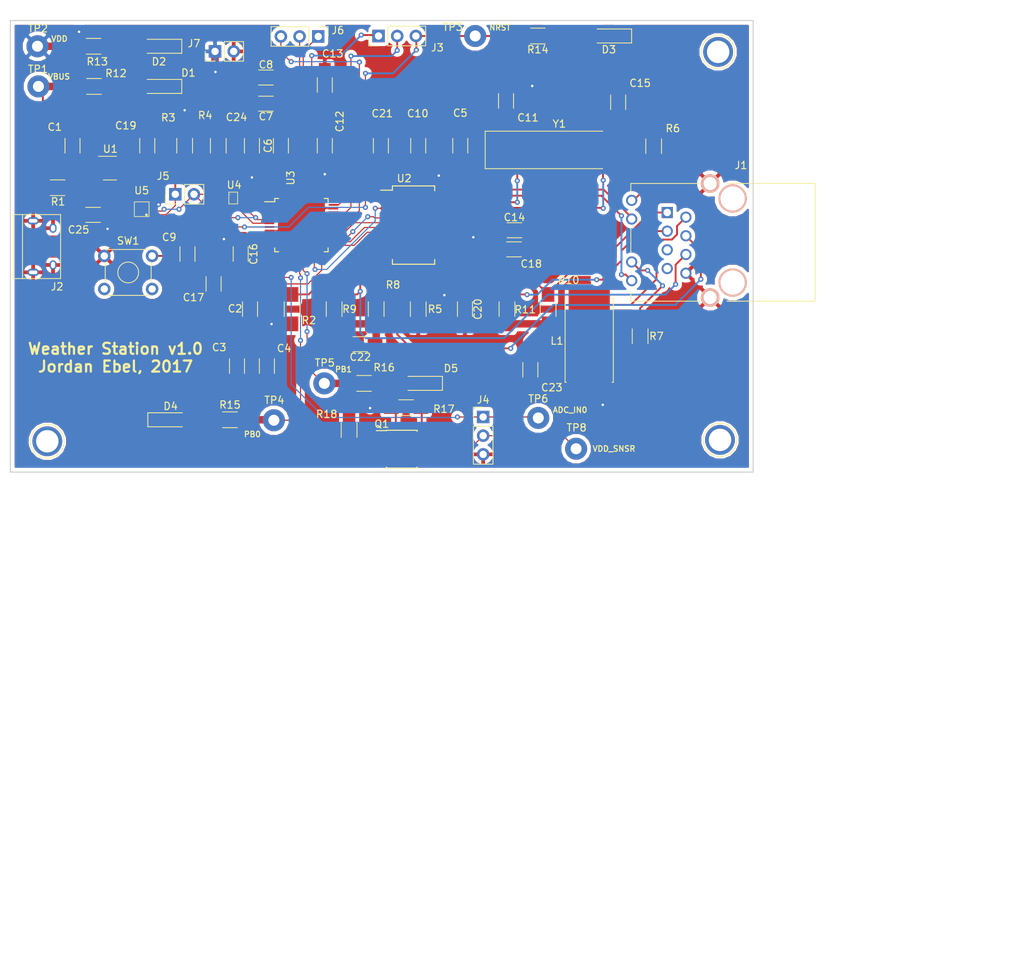
<source format=kicad_pcb>
(kicad_pcb (version 4) (host pcbnew 4.0.6)
  (layers (0 F.Cu signal) (31 B.Cu signal hide) (34 B.Paste user) (35 F.Paste user) (36 B.SilkS user) (37 F.SilkS user) (38 B.Mask user) (39 F.Mask user) (44 Edge.Cuts user))
  (net 0 "")
  (net 1 GND)
  (net 2 VDD)
  (net 3 "Net-(C2-Pad2)")
  (net 4 "Net-(C3-Pad2)")
  (net 5 "Net-(C6-Pad2)")
  (net 6 "Net-(C7-Pad2)")
  (net 7 /NRST)
  (net 8 /OSC2_ENC)
  (net 9 "Net-(C12-Pad2)")
  (net 10 /OSC1_ENC)
  (net 11 "Net-(C16-Pad2)")
  (net 12 "Net-(C21-Pad1)")
  (net 13 "Net-(C22-Pad1)")
  (net 14 /TCT_ENC)
  (net 15 "Net-(D1-Pad2)")
  (net 16 "Net-(D2-Pad2)")
  (net 17 "Net-(D3-Pad2)")
  (net 18 "Net-(D4-Pad2)")
  (net 19 "Net-(D5-Pad2)")
  (net 20 /TPIN-_ENC)
  (net 21 "Net-(J1-Pad5)")
  (net 22 /TPIN+_ENC)
  (net 23 /TPOUT-_ENC)
  (net 24 "Net-(J1-PadYK)")
  (net 25 /LEDA_ENC)
  (net 26 /LEDB_ENC)
  (net 27 "Net-(J1-PadGK)")
  (net 28 /TPOUT+_ENC)
  (net 29 /VBUS)
  (net 30 "Net-(J2-Pad4)")
  (net 31 /I2C_SDA)
  (net 32 /I2C_SCL)
  (net 33 /USART_TX)
  (net 34 /USART_RX)
  (net 35 /USART_CLK)
  (net 36 /SWDIO)
  (net 37 /SWCLK)
  (net 38 /ADC_IN0)
  (net 39 /VDD_SNSR)
  (net 40 /PB1)
  (net 41 "Net-(Q1-Pad2)")
  (net 42 "Net-(R1-Pad1)")
  (net 43 "Net-(R2-Pad2)")
  (net 44 "Net-(R5-Pad1)")
  (net 45 /PB0)
  (net 46 "Net-(U1-Pad4)")
  (net 47 "Net-(U2-Pad3)")
  (net 48 /INT_ENC)
  (net 49 "Net-(U2-Pad5)")
  (net 50 /SPI2_MISO)
  (net 51 /SPI2_MOSI)
  (net 52 /SPI2_SCK)
  (net 53 /SPI2_NSS)
  (net 54 "Net-(U3-Pad1)")
  (net 55 "Net-(U3-Pad2)")
  (net 56 "Net-(U3-Pad3)")
  (net 57 "Net-(U3-Pad4)")
  (net 58 "Net-(U3-Pad12)")
  (net 59 "Net-(U3-Pad13)")
  (net 60 "Net-(U3-Pad20)")
  (net 61 "Net-(U3-Pad21)")
  (net 62 "Net-(U3-Pad30)")
  (net 63 "Net-(U3-Pad31)")
  (net 64 "Net-(U3-Pad38)")
  (net 65 "Net-(U3-Pad39)")
  (net 66 "Net-(U3-Pad40)")
  (net 67 "Net-(U3-Pad41)")
  (net 68 "Net-(U3-Pad44)")
  (net 69 "Net-(U3-Pad45)")
  (net 70 "Net-(U3-Pad46)")
  (net 71 "Net-(U4-Pad3)")
  (net 72 "Net-(U5-Pad5)")
  (net 73 "Net-(U5-Pad10)")
  (net 74 "Net-(U5-Pad9)")
  (net 75 "Net-(U5-Pad4)")
  (net 76 "Net-(J2-Pad2)")
  (net 77 "Net-(J2-Pad3)")
  (net 78 "Net-(U3-Pad11)")
  (net 79 "Net-(U3-Pad14)")
  (net 80 "Net-(U3-Pad15)")
  (net 81 "Net-(U3-Pad16)")
  (net 82 "Net-(U3-Pad17)")
  (net 83 "Net-(U3-Pad32)")
  (net 84 "Net-(U3-Pad33)")
  (net 85 "Net-(Q1-Pad4)")
  (module Capacitors_SMD:C_1206_HandSoldering (layer F.Cu) (at 93.5355 81.788 90)
    (fp_text reference C1 (at 2.54 -2.413 180) (layer F.SilkS))
    (fp_text value 1u)
    (pad 1 smd rect (at -2 0 90) (size 2 1.6) (layers F.Cu F.Paste F.Mask) (net 29 /VBUS))
    (pad 2 smd rect (at 2 0 90) (size 2 1.6) (layers F.Cu F.Paste F.Mask) (net 1 GND))
  )
  (module Capacitors_SMD:C_1206_HandSoldering (layer F.Cu) (at 117.6655 104.013 270)
    (fp_text reference C2 (at -0.0635 2.032 360) (layer F.SilkS))
    (fp_text value 100n)
    (pad 1 smd rect (at -2 0 270) (size 2 1.6) (layers F.Cu F.Paste F.Mask) (net 2 VDD))
    (pad 2 smd rect (at 2 0 270) (size 2 1.6) (layers F.Cu F.Paste F.Mask) (net 3 "Net-(C2-Pad2)"))
  )
  (module Capacitors_SMD:C_1206_HandSoldering (layer F.Cu) (at 115.8875 111.76 270)
    (fp_text reference C3 (at -2.54 2.413 360) (layer F.SilkS))
    (fp_text value 100n)
    (pad 1 smd rect (at -2 0 270) (size 2 1.6) (layers F.Cu F.Paste F.Mask) (net 3 "Net-(C2-Pad2)"))
    (pad 2 smd rect (at 2 0 270) (size 2 1.6) (layers F.Cu F.Paste F.Mask) (net 4 "Net-(C3-Pad2)"))
  )
  (module Capacitors_SMD:C_1206_HandSoldering (layer F.Cu) (at 119.9515 111.76 90)
    (fp_text reference C4 (at 2.413 2.3495 180) (layer F.SilkS))
    (fp_text value 4.7u)
    (pad 1 smd rect (at -2 0 90) (size 2 1.6) (layers F.Cu F.Paste F.Mask) (net 4 "Net-(C3-Pad2)"))
    (pad 2 smd rect (at 2 0 90) (size 2 1.6) (layers F.Cu F.Paste F.Mask) (net 1 GND))
  )
  (module Capacitors_SMD:C_1206_HandSoldering (layer F.Cu) (at 146.2405 81.788 90)
    (fp_text reference C5 (at 4.445 0 180) (layer F.SilkS))
    (fp_text value 0.1u)
    (pad 1 smd rect (at -2 0 90) (size 2 1.6) (layers F.Cu F.Paste F.Mask) (net 2 VDD))
    (pad 2 smd rect (at 2 0 90) (size 2 1.6) (layers F.Cu F.Paste F.Mask) (net 1 GND))
  )
  (module Capacitors_SMD:C_1206_HandSoldering (layer F.Cu) (at 121.8565 81.788 90)
    (fp_text reference C6 (at 0 -1.75 90) (layer F.SilkS))
    (fp_text value 100n)
    (pad 1 smd rect (at -2 0 90) (size 2 1.6) (layers F.Cu F.Paste F.Mask) (net 2 VDD))
    (pad 2 smd rect (at 2 0 90) (size 2 1.6) (layers F.Cu F.Paste F.Mask) (net 5 "Net-(C6-Pad2)"))
  )
  (module Capacitors_SMD:C_1206_HandSoldering (layer F.Cu) (at 119.8245 76.073 180)
    (fp_text reference C7 (at 0 -1.75 180) (layer F.SilkS))
    (fp_text value 100n)
    (pad 1 smd rect (at -2 0 180) (size 2 1.6) (layers F.Cu F.Paste F.Mask) (net 5 "Net-(C6-Pad2)"))
    (pad 2 smd rect (at 2 0 180) (size 2 1.6) (layers F.Cu F.Paste F.Mask) (net 6 "Net-(C7-Pad2)"))
  )
  (module Capacitors_SMD:C_1206_HandSoldering (layer F.Cu) (at 119.8245 72.517)
    (fp_text reference C8 (at 0 -1.75) (layer F.SilkS))
    (fp_text value 4.7u)
    (pad 1 smd rect (at -2 0) (size 2 1.6) (layers F.Cu F.Paste F.Mask) (net 6 "Net-(C7-Pad2)"))
    (pad 2 smd rect (at 2 0) (size 2 1.6) (layers F.Cu F.Paste F.Mask) (net 1 GND))
  )
  (module Capacitors_SMD:C_1206_HandSoldering (layer F.Cu) (at 109.1565 96.52 270)
    (fp_text reference C9 (at -2.286 2.4765 360) (layer F.SilkS))
    (fp_text value 0.1u)
    (pad 1 smd rect (at -2 0 270) (size 2 1.6) (layers F.Cu F.Paste F.Mask) (net 7 /NRST))
    (pad 2 smd rect (at 2 0 270) (size 2 1.6) (layers F.Cu F.Paste F.Mask) (net 1 GND))
  )
  (module Capacitors_SMD:C_1206_HandSoldering (layer F.Cu) (at 140.5255 81.788 90)
    (fp_text reference C10 (at 4.3815 -0.0635 180) (layer F.SilkS))
    (fp_text value 0.1u)
    (pad 1 smd rect (at -2 0 90) (size 2 1.6) (layers F.Cu F.Paste F.Mask) (net 2 VDD))
    (pad 2 smd rect (at 2 0 90) (size 2 1.6) (layers F.Cu F.Paste F.Mask) (net 1 GND))
  )
  (module Capacitors_SMD:C_1206_HandSoldering (layer F.Cu) (at 152.4635 75.692 270)
    (fp_text reference C11 (at 2.286 -2.9845 360) (layer F.SilkS))
    (fp_text value 10p)
    (pad 1 smd rect (at -2 0 270) (size 2 1.6) (layers F.Cu F.Paste F.Mask) (net 2 VDD))
    (pad 2 smd rect (at 2 0 270) (size 2 1.6) (layers F.Cu F.Paste F.Mask) (net 8 /OSC2_ENC))
  )
  (module Capacitors_SMD:C_1206_HandSoldering (layer F.Cu) (at 127.8255 81.788 90)
    (fp_text reference C12 (at 3.302 2.032 270) (layer F.SilkS))
    (fp_text value 100n)
    (pad 1 smd rect (at -2 0 90) (size 2 1.6) (layers F.Cu F.Paste F.Mask) (net 2 VDD))
    (pad 2 smd rect (at 2 0 90) (size 2 1.6) (layers F.Cu F.Paste F.Mask) (net 9 "Net-(C12-Pad2)"))
  )
  (module Capacitors_SMD:C_1206_HandSoldering (layer F.Cu) (at 127.8255 73.533 90)
    (fp_text reference C13 (at 4.2545 1.0795 180) (layer F.SilkS))
    (fp_text value 4.7u)
    (pad 1 smd rect (at -2 0 90) (size 2 1.6) (layers F.Cu F.Paste F.Mask) (net 9 "Net-(C12-Pad2)"))
    (pad 2 smd rect (at 2 0 90) (size 2 1.6) (layers F.Cu F.Paste F.Mask) (net 1 GND))
  )
  (module Capacitors_SMD:C_1206_HandSoldering (layer F.Cu) (at 153.6065 93.2815)
    (fp_text reference C14 (at 0 -1.75) (layer F.SilkS))
    (fp_text value 0.1u)
    (pad 1 smd rect (at -2 0) (size 2 1.6) (layers F.Cu F.Paste F.Mask) (net 2 VDD))
    (pad 2 smd rect (at 2 0) (size 2 1.6) (layers F.Cu F.Paste F.Mask) (net 1 GND))
  )
  (module Capacitors_SMD:C_1206_HandSoldering (layer F.Cu) (at 167.7035 75.8825 90)
    (fp_text reference C15 (at 2.6035 2.9845 180) (layer F.SilkS))
    (fp_text value 10p)
    (pad 1 smd rect (at -2 0 90) (size 2 1.6) (layers F.Cu F.Paste F.Mask) (net 10 /OSC1_ENC))
    (pad 2 smd rect (at 2 0 90) (size 2 1.6) (layers F.Cu F.Paste F.Mask) (net 1 GND))
  )
  (module Capacitors_SMD:C_1206_HandSoldering (layer F.Cu) (at 116.3955 96.52 270)
    (fp_text reference C16 (at 0 -1.75 270) (layer F.SilkS))
    (fp_text value 10n)
    (pad 1 smd rect (at -2 0 270) (size 2 1.6) (layers F.Cu F.Paste F.Mask) (net 2 VDD))
    (pad 2 smd rect (at 2 0 270) (size 2 1.6) (layers F.Cu F.Paste F.Mask) (net 11 "Net-(C16-Pad2)"))
  )
  (module Capacitors_SMD:C_1206_HandSoldering (layer F.Cu) (at 112.7125 100.584 270)
    (fp_text reference C17 (at 1.8415 2.7305 360) (layer F.SilkS))
    (fp_text value 1u)
    (pad 1 smd rect (at -2 0 270) (size 2 1.6) (layers F.Cu F.Paste F.Mask) (net 11 "Net-(C16-Pad2)"))
    (pad 2 smd rect (at 2 0 270) (size 2 1.6) (layers F.Cu F.Paste F.Mask) (net 1 GND))
  )
  (module Capacitors_SMD:C_1206_HandSoldering (layer F.Cu) (at 153.543 95.885)
    (fp_text reference C18 (at 2.3495 1.9685) (layer F.SilkS))
    (fp_text value 0.1u)
    (pad 1 smd rect (at -2 0) (size 2 1.6) (layers F.Cu F.Paste F.Mask) (net 2 VDD))
    (pad 2 smd rect (at 2 0) (size 2 1.6) (layers F.Cu F.Paste F.Mask) (net 1 GND))
  )
  (module Capacitors_SMD:C_1206_HandSoldering (layer F.Cu) (at 103.6955 81.788 90)
    (fp_text reference C19 (at 2.7305 -2.921 180) (layer F.SilkS))
    (fp_text value 1u)
    (pad 1 smd rect (at -2 0 90) (size 2 1.6) (layers F.Cu F.Paste F.Mask) (net 2 VDD))
    (pad 2 smd rect (at 2 0 90) (size 2 1.6) (layers F.Cu F.Paste F.Mask) (net 1 GND))
  )
  (module Capacitors_SMD:C_1206_HandSoldering (layer F.Cu) (at 146.8755 104.013 270)
    (fp_text reference C20 (at 0 -1.75 270) (layer F.SilkS))
    (fp_text value 0.1u)
    (pad 1 smd rect (at -2 0 270) (size 2 1.6) (layers F.Cu F.Paste F.Mask) (net 2 VDD))
    (pad 2 smd rect (at 2 0 270) (size 2 1.6) (layers F.Cu F.Paste F.Mask) (net 1 GND))
  )
  (module Capacitors_SMD:C_1206_HandSoldering (layer F.Cu) (at 135.4455 81.788 90)
    (fp_text reference C21 (at 4.3815 0.1905 180) (layer F.SilkS))
    (fp_text value 10u)
    (pad 1 smd rect (at -2 0 90) (size 2 1.6) (layers F.Cu F.Paste F.Mask) (net 12 "Net-(C21-Pad1)"))
    (pad 2 smd rect (at 2 0 90) (size 2 1.6) (layers F.Cu F.Paste F.Mask) (net 1 GND))
  )
  (module Capacitors_SMD:C_1206_HandSoldering (layer F.Cu) (at 132.6515 108.7755 180)
    (fp_text reference C22 (at 0 -1.75 180) (layer F.SilkS))
    (fp_text value 0.1u)
    (pad 1 smd rect (at -2 0 180) (size 2 1.6) (layers F.Cu F.Paste F.Mask) (net 13 "Net-(C22-Pad1)"))
    (pad 2 smd rect (at 2 0 180) (size 2 1.6) (layers F.Cu F.Paste F.Mask) (net 1 GND))
  )
  (module Capacitors_SMD:C_1206_HandSoldering (layer F.Cu) (at 155.7655 112.268 270)
    (fp_text reference C23 (at 2.413 -2.921 360) (layer F.SilkS))
    (fp_text value 0.1u)
    (pad 1 smd rect (at -2 0 270) (size 2 1.6) (layers F.Cu F.Paste F.Mask) (net 14 /TCT_ENC))
    (pad 2 smd rect (at 2 0 270) (size 2 1.6) (layers F.Cu F.Paste F.Mask) (net 1 GND))
  )
  (module Capacitors_SMD:C_1206_HandSoldering (layer F.Cu) (at 117.9195 81.788 90)
    (fp_text reference C24 (at 3.8735 -2.0955 180) (layer F.SilkS))
    (fp_text value 0.01u)
    (pad 1 smd rect (at -2 0 90) (size 2 1.6) (layers F.Cu F.Paste F.Mask) (net 2 VDD))
    (pad 2 smd rect (at 2 0 90) (size 2 1.6) (layers F.Cu F.Paste F.Mask) (net 1 GND))
  )
  (module Capacitors_SMD:C_1206_HandSoldering (layer F.Cu) (at 96.3295 91.186 180)
    (fp_text reference C25 (at 1.9685 -2.032 180) (layer F.SilkS))
    (fp_text value 0.1u)
    (pad 1 smd rect (at -2 0 180) (size 2 1.6) (layers F.Cu F.Paste F.Mask) (net 2 VDD))
    (pad 2 smd rect (at 2 0 180) (size 2 1.6) (layers F.Cu F.Paste F.Mask) (net 1 GND))
  )
  (module LEDs:LED_1206_HandSoldering (layer F.Cu) (at 105.283 73.7235 180)
    (fp_text reference D1 (at -4.0005 1.8415 180) (layer F.SilkS))
    (fp_text value LED_ALT)
    (pad 1 smd rect (at -2 0 180) (size 2 1.7) (layers F.Cu F.Paste F.Mask) (net 1 GND))
    (pad 2 smd rect (at 2 0 180) (size 2 1.7) (layers F.Cu F.Paste F.Mask) (net 15 "Net-(D1-Pad2)"))
  )
  (module LEDs:LED_1206_HandSoldering (layer F.Cu) (at 105.283 68.2625 180)
    (fp_text reference D2 (at 0 -2.0955 180) (layer F.SilkS))
    (fp_text value LED_ALT)
    (pad 1 smd rect (at -2 0 180) (size 2 1.7) (layers F.Cu F.Paste F.Mask) (net 1 GND))
    (pad 2 smd rect (at 2 0 180) (size 2 1.7) (layers F.Cu F.Paste F.Mask) (net 16 "Net-(D2-Pad2)"))
  )
  (module LEDs:LED_1206_HandSoldering (layer F.Cu) (at 166.4335 66.8655 180)
    (fp_text reference D3 (at 0 -1.85 180) (layer F.SilkS))
    (fp_text value LED_ALT)
    (pad 1 smd rect (at -2 0 180) (size 2 1.7) (layers F.Cu F.Paste F.Mask) (net 1 GND))
    (pad 2 smd rect (at 2 0 180) (size 2 1.7) (layers F.Cu F.Paste F.Mask) (net 17 "Net-(D3-Pad2)"))
  )
  (module LEDs:LED_1206_HandSoldering (layer F.Cu) (at 106.8705 119.0625)
    (fp_text reference D4 (at 0 -1.85) (layer F.SilkS))
    (fp_text value LED_ALT)
    (pad 1 smd rect (at -2 0) (size 2 1.7) (layers F.Cu F.Paste F.Mask) (net 1 GND))
    (pad 2 smd rect (at 2 0) (size 2 1.7) (layers F.Cu F.Paste F.Mask) (net 18 "Net-(D4-Pad2)"))
  )
  (module LEDs:LED_1206_HandSoldering (layer F.Cu) (at 140.716 114.1095 180)
    (fp_text reference D5 (at -4.2545 2.032 180) (layer F.SilkS))
    (fp_text value LED_ALT)
    (pad 1 smd rect (at -2 0 180) (size 2 1.7) (layers F.Cu F.Paste F.Mask) (net 1 GND))
    (pad 2 smd rect (at 2 0 180) (size 2 1.7) (layers F.Cu F.Paste F.Mask) (net 19 "Net-(D5-Pad2)"))
  )
  (module Connectors:RJ45_TRANSFO (layer F.Cu) (at 174.371 90.8685 90)
    (fp_text reference J1 (at 6.4135 10.033 180) (layer F.SilkS))
    (fp_text value RJ45-TRANSFO)
    (pad Hole thru_hole circle (at 1.91 8.89 90) (size 3.85 3.85) (drill 3.3) (layers *.Cu *.SilkS *.Mask))
    (pad Hole thru_hole circle (at -9.53 8.89 90) (size 3.85 3.85) (drill 3.3) (layers *.Cu *.SilkS *.Mask))
    (pad 8 thru_hole circle (at -8.26 2.54 90) (size 1.52 1.52) (drill 1.02) (layers *.Cu *.Mask) (net 1 GND))
    (pad 7 thru_hole circle (at -7.62 0 90) (size 1.52 1.52) (drill 1.02) (layers *.Cu *.Mask))
    (pad 6 thru_hole circle (at -5.71 2.54 90) (size 1.52 1.52) (drill 1.02) (layers *.Cu *.Mask) (net 20 /TPIN-_ENC))
    (pad 5 thru_hole circle (at -5.08 0 90) (size 1.52 1.52) (drill 1.02) (layers *.Cu *.Mask) (net 21 "Net-(J1-Pad5)"))
    (pad 4 thru_hole circle (at -3.17 2.54 90) (size 1.52 1.52) (drill 1.02) (layers *.Cu *.Mask) (net 22 /TPIN+_ENC))
    (pad 3 thru_hole circle (at -2.54 0 90) (size 1.52 1.52) (drill 1.02) (layers *.Cu *.Mask) (net 23 /TPOUT-_ENC))
    (pad 2 thru_hole circle (at -0.64 2.54 90) (size 1.52 1.52) (drill 1.02) (layers *.Cu *.Mask) (net 14 /TCT_ENC))
    (pad 13 thru_hole circle (at 3.94 5.84 90) (size 2.54 2.54) (drill 1.78) (layers *.Cu *.SilkS *.Mask) (net 1 GND))
    (pad 13 thru_hole circle (at -11.56 5.84 90) (size 2.54 2.54) (drill 1.78) (layers *.Cu *.SilkS *.Mask) (net 1 GND))
    (pad YK thru_hole circle (at -6.73 -4.83 90) (size 1.52 1.52) (drill 1.02) (layers *.Cu *.Mask) (net 24 "Net-(J1-PadYK)"))
    (pad GA thru_hole circle (at -0.89 -4.83 90) (size 1.52 1.52) (drill 1.02) (layers *.Cu *.Mask) (net 25 /LEDA_ENC))
    (pad YA thru_hole circle (at -9.27 -4.83 90) (size 1.52 1.52) (drill 1.02) (layers *.Cu *.Mask) (net 26 /LEDB_ENC))
    (pad GK thru_hole circle (at 1.65 -4.83 90) (size 1.52 1.52) (drill 1.02) (layers *.Cu *.Mask) (net 27 "Net-(J1-PadGK)"))
    (pad 1 thru_hole rect (at 0 0 90) (size 1.52 1.52) (drill 1.02) (layers *.Cu *.Mask) (net 28 /TPOUT+_ENC))
  )
  (module Connectors:USB_Micro-B (layer F.Cu) (at 89.535 95.504 270)
    (fp_text reference J2 (at 5.461 -1.905 360) (layer F.SilkS))
    (fp_text value USB_OTG)
    (pad 1 smd rect (at -1.3 -1.35) (size 1.35 0.4) (layers F.Cu F.Paste F.Mask) (net 29 /VBUS))
    (pad 2 smd rect (at -0.65 -1.35) (size 1.35 0.4) (layers F.Cu F.Paste F.Mask) (net 76 "Net-(J2-Pad2)"))
    (pad 3 smd rect (at 0 -1.35) (size 1.35 0.4) (layers F.Cu F.Paste F.Mask) (net 77 "Net-(J2-Pad3)"))
    (pad 4 smd rect (at 0.65 -1.35) (size 1.35 0.4) (layers F.Cu F.Paste F.Mask) (net 30 "Net-(J2-Pad4)"))
    (pad 5 smd rect (at 1.3 -1.35) (size 1.35 0.4) (layers F.Cu F.Paste F.Mask) (net 1 GND))
    (pad 6 thru_hole oval (at -2.5 -1.35) (size 0.95 1.25) (drill oval 0.55 0.85) (layers *.Cu *.Mask) (net 1 GND))
    (pad 6 thru_hole oval (at 2.5 -1.35) (size 0.95 1.25) (drill oval 0.55 0.85) (layers *.Cu *.Mask) (net 1 GND))
    (pad 6 thru_hole oval (at -3.5 1.35) (size 1.55 1) (drill oval 1.15 0.5) (layers *.Cu *.Mask) (net 1 GND))
    (pad 6 thru_hole oval (at 3.5 1.35) (size 1.55 1) (drill oval 1.15 0.5) (layers *.Cu *.Mask) (net 1 GND))
  )
  (module Pin_Headers:Pin_Header_Straight_1x03_Pitch2.54mm (layer F.Cu) (at 149.352 118.6815)
    (fp_text reference J4 (at 0 -2.33) (layer F.SilkS))
    (fp_text value CONN_01X03)
    (pad 1 thru_hole rect (at 0 0) (size 1.7 1.7) (drill 1) (layers *.Cu *.Mask) (net 38 /ADC_IN0))
    (pad 2 thru_hole oval (at 0 2.54) (size 1.7 1.7) (drill 1) (layers *.Cu *.Mask) (net 39 /VDD_SNSR))
    (pad 3 thru_hole oval (at 0 5.08) (size 1.7 1.7) (drill 1) (layers *.Cu *.Mask) (net 1 GND))
  )
  (module Inductors_SMD:L_Vishay_IHSM-3825 (layer F.Cu) (at 163.7665 108.2675 90)
    (fp_text reference L1 (at -0.0635 -4.3815 180) (layer F.SilkS))
    (fp_text value Ferrite_Bead)
    (pad 1 smd rect (at -4.84 0 90) (size 4.6 5.6) (layers F.Cu F.Paste F.Mask) (net 2 VDD))
    (pad 2 smd rect (at 4.84 0 90) (size 4.6 5.6) (layers F.Cu F.Paste F.Mask) (net 14 /TCT_ENC))
  )
  (module Resistors_SMD:R_1206_HandSoldering (layer F.Cu) (at 91.5035 87.503 180)
    (fp_text reference R1 (at -0.0635 -1.905 180) (layer F.SilkS))
    (fp_text value 100k)
    (pad 1 smd rect (at -2 0 180) (size 2 1.7) (layers F.Cu F.Paste F.Mask) (net 42 "Net-(R1-Pad1)"))
    (pad 2 smd rect (at 2 0 180) (size 2 1.7) (layers F.Cu F.Paste F.Mask) (net 29 /VBUS))
  )
  (module Resistors_SMD:R_1206_HandSoldering (layer F.Cu) (at 123.3805 104.013 90)
    (fp_text reference R2 (at -1.524 2.286 180) (layer F.SilkS))
    (fp_text value 10k)
    (pad 1 smd rect (at -2 0 90) (size 2 1.7) (layers F.Cu F.Paste F.Mask) (net 2 VDD))
    (pad 2 smd rect (at 2 0 90) (size 2 1.7) (layers F.Cu F.Paste F.Mask) (net 43 "Net-(R2-Pad2)"))
  )
  (module Resistors_SMD:R_1206_HandSoldering (layer F.Cu) (at 108.7755 81.788 270)
    (fp_text reference R3 (at -3.81 2.2225 360) (layer F.SilkS))
    (fp_text value 5.1k)
    (pad 1 smd rect (at -2 0 270) (size 2 1.7) (layers F.Cu F.Paste F.Mask) (net 2 VDD))
    (pad 2 smd rect (at 2 0 270) (size 2 1.7) (layers F.Cu F.Paste F.Mask) (net 31 /I2C_SDA))
  )
  (module Resistors_SMD:R_1206_HandSoldering (layer F.Cu) (at 113.3475 81.788 270)
    (fp_text reference R4 (at -4.1275 1.778 360) (layer F.SilkS))
    (fp_text value 5.1k)
    (pad 1 smd rect (at -2 0 270) (size 2 1.7) (layers F.Cu F.Paste F.Mask) (net 2 VDD))
    (pad 2 smd rect (at 2 0 270) (size 2 1.7) (layers F.Cu F.Paste F.Mask) (net 32 /I2C_SCL))
  )
  (module Resistors_SMD:R_1206_HandSoldering (layer F.Cu) (at 140.5255 104.013 270)
    (fp_text reference R5 (at 0 -2.286 360) (layer F.SilkS))
    (fp_text value 2.32k)
    (pad 1 smd rect (at -2 0 270) (size 2 1.7) (layers F.Cu F.Paste F.Mask) (net 44 "Net-(R5-Pad1)"))
    (pad 2 smd rect (at 2 0 270) (size 2 1.7) (layers F.Cu F.Paste F.Mask) (net 1 GND))
  )
  (module Resistors_SMD:R_1206_HandSoldering (layer F.Cu) (at 172.5295 81.8515 90)
    (fp_text reference R6 (at 2.413 2.6035 180) (layer F.SilkS))
    (fp_text value 180)
    (pad 1 smd rect (at -2 0 90) (size 2 1.7) (layers F.Cu F.Paste F.Mask) (net 27 "Net-(J1-PadGK)"))
    (pad 2 smd rect (at 2 0 90) (size 2 1.7) (layers F.Cu F.Paste F.Mask) (net 1 GND))
  )
  (module Resistors_SMD:R_1206_HandSoldering (layer F.Cu) (at 170.688 107.696 270)
    (fp_text reference R7 (at 0 -2.2225 360) (layer F.SilkS))
    (fp_text value 180)
    (pad 1 smd rect (at -2 0 270) (size 2 1.7) (layers F.Cu F.Paste F.Mask) (net 24 "Net-(J1-PadYK)"))
    (pad 2 smd rect (at 2 0 270) (size 2 1.7) (layers F.Cu F.Paste F.Mask) (net 1 GND))
  )
  (module Resistors_SMD:R_1206_HandSoldering (layer F.Cu) (at 134.8105 104.013 270)
    (fp_text reference R8 (at -3.302 -2.286 360) (layer F.SilkS))
    (fp_text value 49.9)
    (pad 1 smd rect (at -2 0 270) (size 2 1.7) (layers F.Cu F.Paste F.Mask) (net 22 /TPIN+_ENC))
    (pad 2 smd rect (at 2 0 270) (size 2 1.7) (layers F.Cu F.Paste F.Mask) (net 13 "Net-(C22-Pad1)"))
  )
  (module Resistors_SMD:R_1206_HandSoldering (layer F.Cu) (at 129.0955 104.013 270)
    (fp_text reference R9 (at 0 -2.0955 360) (layer F.SilkS))
    (fp_text value 49.9)
    (pad 1 smd rect (at -2 0 270) (size 2 1.7) (layers F.Cu F.Paste F.Mask) (net 20 /TPIN-_ENC))
    (pad 2 smd rect (at 2 0 270) (size 2 1.7) (layers F.Cu F.Paste F.Mask) (net 13 "Net-(C22-Pad1)"))
  )
  (module Resistors_SMD:R_1206_HandSoldering (layer F.Cu) (at 158.1785 104.013 270)
    (fp_text reference R10 (at -3.937 -2.794 360) (layer F.SilkS))
    (fp_text value 49.9)
    (pad 1 smd rect (at -2 0 270) (size 2 1.7) (layers F.Cu F.Paste F.Mask) (net 28 /TPOUT+_ENC))
    (pad 2 smd rect (at 2 0 270) (size 2 1.7) (layers F.Cu F.Paste F.Mask) (net 14 /TCT_ENC))
  )
  (module Resistors_SMD:R_1206_HandSoldering (layer F.Cu) (at 152.5905 104.013 270)
    (fp_text reference R11 (at 0.0635 -2.4765 360) (layer F.SilkS))
    (fp_text value 49.9)
    (pad 1 smd rect (at -2 0 270) (size 2 1.7) (layers F.Cu F.Paste F.Mask) (net 23 /TPOUT-_ENC))
    (pad 2 smd rect (at 2 0 270) (size 2 1.7) (layers F.Cu F.Paste F.Mask) (net 14 /TCT_ENC))
  )
  (module Resistors_SMD:R_1206_HandSoldering (layer F.Cu) (at 96.4565 73.7235 180)
    (fp_text reference R12 (at -2.9845 1.778 180) (layer F.SilkS))
    (fp_text value 470)
    (pad 1 smd rect (at -2 0 180) (size 2 1.7) (layers F.Cu F.Paste F.Mask) (net 15 "Net-(D1-Pad2)"))
    (pad 2 smd rect (at 2 0 180) (size 2 1.7) (layers F.Cu F.Paste F.Mask) (net 29 /VBUS))
  )
  (module Resistors_SMD:R_1206_HandSoldering (layer F.Cu) (at 96.393 68.2625 180)
    (fp_text reference R13 (at -0.508 -2.0955 180) (layer F.SilkS))
    (fp_text value 470)
    (pad 1 smd rect (at -2 0 180) (size 2 1.7) (layers F.Cu F.Paste F.Mask) (net 16 "Net-(D2-Pad2)"))
    (pad 2 smd rect (at 2 0 180) (size 2 1.7) (layers F.Cu F.Paste F.Mask) (net 2 VDD))
  )
  (module Resistors_SMD:R_1206_HandSoldering (layer F.Cu) (at 156.7815 66.8655 180)
    (fp_text reference R14 (at 0 -1.85 180) (layer F.SilkS))
    (fp_text value 470)
    (pad 1 smd rect (at -2 0 180) (size 2 1.7) (layers F.Cu F.Paste F.Mask) (net 17 "Net-(D3-Pad2)"))
    (pad 2 smd rect (at 2 0 180) (size 2 1.7) (layers F.Cu F.Paste F.Mask) (net 7 /NRST))
  )
  (module Resistors_SMD:R_1206_HandSoldering (layer F.Cu) (at 114.935 119.0625)
    (fp_text reference R15 (at 0 -2.032) (layer F.SilkS))
    (fp_text value 470)
    (pad 1 smd rect (at -2 0) (size 2 1.7) (layers F.Cu F.Paste F.Mask) (net 18 "Net-(D4-Pad2)"))
    (pad 2 smd rect (at 2 0) (size 2 1.7) (layers F.Cu F.Paste F.Mask) (net 45 /PB0))
  )
  (module Resistors_SMD:R_1206_HandSoldering (layer F.Cu) (at 133.1595 114.1095 180)
    (fp_text reference R16 (at -2.7305 2.159 180) (layer F.SilkS))
    (fp_text value 470)
    (pad 1 smd rect (at -2 0 180) (size 2 1.7) (layers F.Cu F.Paste F.Mask) (net 19 "Net-(D5-Pad2)"))
    (pad 2 smd rect (at 2 0 180) (size 2 1.7) (layers F.Cu F.Paste F.Mask) (net 40 /PB1))
  )
  (module Resistors_SMD:R_1206_HandSoldering (layer F.Cu) (at 138.8745 117.4115)
    (fp_text reference R17 (at 5.1435 0.1905) (layer F.SilkS))
    (fp_text value 1k)
    (pad 1 smd rect (at -2 0) (size 2 1.7) (layers F.Cu F.Paste F.Mask) (net 2 VDD))
    (pad 2 smd rect (at 2 0) (size 2 1.7) (layers F.Cu F.Paste F.Mask) (net 85 "Net-(Q1-Pad4)"))
  )
  (module Buttons_Switches_THT:SW_TH_Tactile_Omron_B3F-10xx (layer F.Cu) (at 97.8535 96.774)
    (fp_text reference SW1 (at 3.25 -2.05) (layer F.SilkS))
    (fp_text value SW_Push)
    (pad 4 thru_hole circle (at 6.5 4.5) (size 1.7 1.7) (drill 1) (layers *.Cu *.Mask))
    (pad 3 thru_hole circle (at 0 4.5) (size 1.7 1.7) (drill 1) (layers *.Cu *.Mask))
    (pad 2 thru_hole circle (at 6.5 0) (size 1.7 1.7) (drill 1) (layers *.Cu *.Mask) (net 7 /NRST))
    (pad 1 thru_hole circle (at 0 0) (size 1.7 1.7) (drill 1) (layers *.Cu *.Mask) (net 1 GND))
  )
  (module Measurement_Points:Measurement_Point_Round-TH_Big (layer F.Cu) (at 88.9 73.7235)
    (fp_text reference TP1 (at -0.0635 -2.3495) (layer F.SilkS))
    (fp_text value TEST)
    (pad 1 thru_hole circle (at 0 0) (size 3 3) (drill 1.5) (layers *.Cu *.Mask) (net 29 /VBUS))
  )
  (module Measurement_Points:Measurement_Point_Round-TH_Big (layer F.Cu) (at 88.773 68.2625)
    (fp_text reference TP2 (at 0.0635 -2.413) (layer F.SilkS))
    (fp_text value TEST)
    (pad 1 thru_hole circle (at 0 0) (size 3 3) (drill 1.5) (layers *.Cu *.Mask) (net 2 VDD))
  )
  (module Measurement_Points:Measurement_Point_Round-TH_Big (layer F.Cu) (at 148.2725 66.8655)
    (fp_text reference TP3 (at -3.048 -1.2065) (layer F.SilkS))
    (fp_text value TEST)
    (pad 1 thru_hole circle (at 0 0) (size 3 3) (drill 1.5) (layers *.Cu *.Mask) (net 7 /NRST))
  )
  (module Measurement_Points:Measurement_Point_Round-TH_Big (layer F.Cu) (at 120.904 119.126)
    (fp_text reference TP4 (at 0.0635 -2.7305) (layer F.SilkS))
    (fp_text value TEST)
    (pad 1 thru_hole circle (at 0 0) (size 3 3) (drill 1.5) (layers *.Cu *.Mask) (net 45 /PB0))
  )
  (module Measurement_Points:Measurement_Point_Round-TH_Big (layer F.Cu) (at 127.762 114.1095)
    (fp_text reference TP5 (at 0.0635 -2.794) (layer F.SilkS))
    (fp_text value TEST)
    (pad 1 thru_hole circle (at 0 0) (size 3 3) (drill 1.5) (layers *.Cu *.Mask) (net 40 /PB1))
  )
  (module Measurement_Points:Measurement_Point_Round-TH_Big (layer F.Cu) (at 156.845 118.8085)
    (fp_text reference TP6 (at 0 -2.6035) (layer F.SilkS))
    (fp_text value TEST)
    (pad 1 thru_hole circle (at 0 0) (size 3 3) (drill 1.5) (layers *.Cu *.Mask) (net 38 /ADC_IN0))
  )
  (module Measurement_Points:Measurement_Point_Round-TH_Big (layer F.Cu) (at 161.9885 122.9995)
    (fp_text reference TP8 (at 0.0635 -2.8575) (layer F.SilkS))
    (fp_text value TEST)
    (pad 1 thru_hole circle (at 0 0) (size 3 3) (drill 1.5) (layers *.Cu *.Mask) (net 39 /VDD_SNSR))
  )
  (module TO_SOT_Packages_SMD:SOT-23-5_HandSoldering (layer F.Cu) (at 98.6155 84.836)
    (fp_text reference U1 (at 0.0635 -2.6035) (layer F.SilkS))
    (fp_text value AP2112K-3.3)
    (pad 1 smd rect (at -1.35 -0.95) (size 1.56 0.65) (layers F.Cu F.Paste F.Mask) (net 29 /VBUS))
    (pad 2 smd rect (at -1.35 0) (size 1.56 0.65) (layers F.Cu F.Paste F.Mask) (net 1 GND))
    (pad 3 smd rect (at -1.35 0.95) (size 1.56 0.65) (layers F.Cu F.Paste F.Mask) (net 42 "Net-(R1-Pad1)"))
    (pad 4 smd rect (at 1.35 0.95) (size 1.56 0.65) (layers F.Cu F.Paste F.Mask) (net 46 "Net-(U1-Pad4)"))
    (pad 5 smd rect (at 1.35 -0.95) (size 1.56 0.65) (layers F.Cu F.Paste F.Mask) (net 2 VDD))
  )
  (module Housings_SSOP:SSOP-28_5.3x10.2mm_Pitch0.65mm (layer F.Cu) (at 139.8905 92.583)
    (fp_text reference U2 (at -1.27 -6.35) (layer F.SilkS))
    (fp_text value ENC28J60-C/SS)
    (pad 1 smd rect (at -3.6 -4.225) (size 1.75 0.45) (layers F.Cu F.Paste F.Mask) (net 12 "Net-(C21-Pad1)"))
    (pad 2 smd rect (at -3.6 -3.575) (size 1.75 0.45) (layers F.Cu F.Paste F.Mask) (net 1 GND))
    (pad 3 smd rect (at -3.6 -2.925) (size 1.75 0.45) (layers F.Cu F.Paste F.Mask) (net 47 "Net-(U2-Pad3)"))
    (pad 4 smd rect (at -3.6 -2.275) (size 1.75 0.45) (layers F.Cu F.Paste F.Mask) (net 48 /INT_ENC))
    (pad 5 smd rect (at -3.6 -1.625) (size 1.75 0.45) (layers F.Cu F.Paste F.Mask) (net 49 "Net-(U2-Pad5)"))
    (pad 6 smd rect (at -3.6 -0.975) (size 1.75 0.45) (layers F.Cu F.Paste F.Mask) (net 50 /SPI2_MISO))
    (pad 7 smd rect (at -3.6 -0.325) (size 1.75 0.45) (layers F.Cu F.Paste F.Mask) (net 51 /SPI2_MOSI))
    (pad 8 smd rect (at -3.6 0.325) (size 1.75 0.45) (layers F.Cu F.Paste F.Mask) (net 52 /SPI2_SCK))
    (pad 9 smd rect (at -3.6 0.975) (size 1.75 0.45) (layers F.Cu F.Paste F.Mask) (net 53 /SPI2_NSS))
    (pad 10 smd rect (at -3.6 1.625) (size 1.75 0.45) (layers F.Cu F.Paste F.Mask) (net 43 "Net-(R2-Pad2)"))
    (pad 11 smd rect (at -3.6 2.275) (size 1.75 0.45) (layers F.Cu F.Paste F.Mask) (net 1 GND))
    (pad 12 smd rect (at -3.6 2.925) (size 1.75 0.45) (layers F.Cu F.Paste F.Mask) (net 20 /TPIN-_ENC))
    (pad 13 smd rect (at -3.6 3.575) (size 1.75 0.45) (layers F.Cu F.Paste F.Mask) (net 22 /TPIN+_ENC))
    (pad 14 smd rect (at -3.6 4.225) (size 1.75 0.45) (layers F.Cu F.Paste F.Mask) (net 44 "Net-(R5-Pad1)"))
    (pad 15 smd rect (at 3.6 4.225) (size 1.75 0.45) (layers F.Cu F.Paste F.Mask) (net 2 VDD))
    (pad 16 smd rect (at 3.6 3.575) (size 1.75 0.45) (layers F.Cu F.Paste F.Mask) (net 23 /TPOUT-_ENC))
    (pad 17 smd rect (at 3.6 2.925) (size 1.75 0.45) (layers F.Cu F.Paste F.Mask) (net 28 /TPOUT+_ENC))
    (pad 18 smd rect (at 3.6 2.275) (size 1.75 0.45) (layers F.Cu F.Paste F.Mask) (net 1 GND))
    (pad 19 smd rect (at 3.6 1.625) (size 1.75 0.45) (layers F.Cu F.Paste F.Mask) (net 2 VDD))
    (pad 20 smd rect (at 3.6 0.975) (size 1.75 0.45) (layers F.Cu F.Paste F.Mask) (net 2 VDD))
    (pad 21 smd rect (at 3.6 0.325) (size 1.75 0.45) (layers F.Cu F.Paste F.Mask) (net 1 GND))
    (pad 22 smd rect (at 3.6 -0.325) (size 1.75 0.45) (layers F.Cu F.Paste F.Mask) (net 1 GND))
    (pad 23 smd rect (at 3.6 -0.975) (size 1.75 0.45) (layers F.Cu F.Paste F.Mask) (net 10 /OSC1_ENC))
    (pad 24 smd rect (at 3.6 -1.625) (size 1.75 0.45) (layers F.Cu F.Paste F.Mask) (net 8 /OSC2_ENC))
    (pad 25 smd rect (at 3.6 -2.275) (size 1.75 0.45) (layers F.Cu F.Paste F.Mask) (net 2 VDD))
    (pad 26 smd rect (at 3.6 -2.925) (size 1.75 0.45) (layers F.Cu F.Paste F.Mask) (net 26 /LEDB_ENC))
    (pad 27 smd rect (at 3.6 -3.575) (size 1.75 0.45) (layers F.Cu F.Paste F.Mask) (net 25 /LEDA_ENC))
    (pad 28 smd rect (at 3.6 -4.225) (size 1.75 0.45) (layers F.Cu F.Paste F.Mask) (net 2 VDD))
  )
  (module Housings_QFP:LQFP-48_7x7mm_Pitch0.5mm (layer F.Cu) (at 124.6505 92.583)
    (fp_text reference U3 (at -1.4605 -6.4135 90) (layer F.SilkS))
    (fp_text value STM32F042C6Tx)
    (pad 1 smd rect (at -4.35 -2.75) (size 1.3 0.25) (layers F.Cu F.Paste F.Mask) (net 54 "Net-(U3-Pad1)"))
    (pad 2 smd rect (at -4.35 -2.25) (size 1.3 0.25) (layers F.Cu F.Paste F.Mask) (net 55 "Net-(U3-Pad2)"))
    (pad 3 smd rect (at -4.35 -1.75) (size 1.3 0.25) (layers F.Cu F.Paste F.Mask) (net 56 "Net-(U3-Pad3)"))
    (pad 4 smd rect (at -4.35 -1.25) (size 1.3 0.25) (layers F.Cu F.Paste F.Mask) (net 57 "Net-(U3-Pad4)"))
    (pad 5 smd rect (at -4.35 -0.75) (size 1.3 0.25) (layers F.Cu F.Paste F.Mask) (net 31 /I2C_SDA))
    (pad 6 smd rect (at -4.35 -0.25) (size 1.3 0.25) (layers F.Cu F.Paste F.Mask) (net 32 /I2C_SCL))
    (pad 7 smd rect (at -4.35 0.25) (size 1.3 0.25) (layers F.Cu F.Paste F.Mask) (net 7 /NRST))
    (pad 8 smd rect (at -4.35 0.75) (size 1.3 0.25) (layers F.Cu F.Paste F.Mask) (net 1 GND))
    (pad 9 smd rect (at -4.35 1.25) (size 1.3 0.25) (layers F.Cu F.Paste F.Mask) (net 2 VDD))
    (pad 10 smd rect (at -4.35 1.75) (size 1.3 0.25) (layers F.Cu F.Paste F.Mask) (net 38 /ADC_IN0))
    (pad 11 smd rect (at -4.35 2.25) (size 1.3 0.25) (layers F.Cu F.Paste F.Mask) (net 78 "Net-(U3-Pad11)"))
    (pad 12 smd rect (at -4.35 2.75) (size 1.3 0.25) (layers F.Cu F.Paste F.Mask) (net 58 "Net-(U3-Pad12)"))
    (pad 13 smd rect (at -2.75 4.35 90) (size 1.3 0.25) (layers F.Cu F.Paste F.Mask) (net 59 "Net-(U3-Pad13)"))
    (pad 14 smd rect (at -2.25 4.35 90) (size 1.3 0.25) (layers F.Cu F.Paste F.Mask) (net 79 "Net-(U3-Pad14)"))
    (pad 15 smd rect (at -1.75 4.35 90) (size 1.3 0.25) (layers F.Cu F.Paste F.Mask) (net 80 "Net-(U3-Pad15)"))
    (pad 16 smd rect (at -1.25 4.35 90) (size 1.3 0.25) (layers F.Cu F.Paste F.Mask) (net 81 "Net-(U3-Pad16)"))
    (pad 17 smd rect (at -0.75 4.35 90) (size 1.3 0.25) (layers F.Cu F.Paste F.Mask) (net 82 "Net-(U3-Pad17)"))
    (pad 18 smd rect (at -0.25 4.35 90) (size 1.3 0.25) (layers F.Cu F.Paste F.Mask) (net 45 /PB0))
    (pad 19 smd rect (at 0.25 4.35 90) (size 1.3 0.25) (layers F.Cu F.Paste F.Mask) (net 40 /PB1))
    (pad 20 smd rect (at 0.75 4.35 90) (size 1.3 0.25) (layers F.Cu F.Paste F.Mask) (net 60 "Net-(U3-Pad20)"))
    (pad 21 smd rect (at 1.25 4.35 90) (size 1.3 0.25) (layers F.Cu F.Paste F.Mask) (net 61 "Net-(U3-Pad21)"))
    (pad 22 smd rect (at 1.75 4.35 90) (size 1.3 0.25) (layers F.Cu F.Paste F.Mask) (net 48 /INT_ENC))
    (pad 23 smd rect (at 2.25 4.35 90) (size 1.3 0.25) (layers F.Cu F.Paste F.Mask) (net 1 GND))
    (pad 24 smd rect (at 2.75 4.35 90) (size 1.3 0.25) (layers F.Cu F.Paste F.Mask) (net 2 VDD))
    (pad 25 smd rect (at 4.35 2.75) (size 1.3 0.25) (layers F.Cu F.Paste F.Mask) (net 53 /SPI2_NSS))
    (pad 26 smd rect (at 4.35 2.25) (size 1.3 0.25) (layers F.Cu F.Paste F.Mask) (net 52 /SPI2_SCK))
    (pad 27 smd rect (at 4.35 1.75) (size 1.3 0.25) (layers F.Cu F.Paste F.Mask) (net 50 /SPI2_MISO))
    (pad 28 smd rect (at 4.35 1.25) (size 1.3 0.25) (layers F.Cu F.Paste F.Mask) (net 51 /SPI2_MOSI))
    (pad 29 smd rect (at 4.35 0.75) (size 1.3 0.25) (layers F.Cu F.Paste F.Mask) (net 35 /USART_CLK))
    (pad 30 smd rect (at 4.35 0.25) (size 1.3 0.25) (layers F.Cu F.Paste F.Mask) (net 62 "Net-(U3-Pad30)"))
    (pad 31 smd rect (at 4.35 -0.25) (size 1.3 0.25) (layers F.Cu F.Paste F.Mask) (net 63 "Net-(U3-Pad31)"))
    (pad 32 smd rect (at 4.35 -0.75) (size 1.3 0.25) (layers F.Cu F.Paste F.Mask) (net 83 "Net-(U3-Pad32)"))
    (pad 33 smd rect (at 4.35 -1.25) (size 1.3 0.25) (layers F.Cu F.Paste F.Mask) (net 84 "Net-(U3-Pad33)"))
    (pad 34 smd rect (at 4.35 -1.75) (size 1.3 0.25) (layers F.Cu F.Paste F.Mask) (net 36 /SWDIO))
    (pad 35 smd rect (at 4.35 -2.25) (size 1.3 0.25) (layers F.Cu F.Paste F.Mask) (net 1 GND))
    (pad 36 smd rect (at 4.35 -2.75) (size 1.3 0.25) (layers F.Cu F.Paste F.Mask) (net 2 VDD))
    (pad 37 smd rect (at 2.75 -4.35 90) (size 1.3 0.25) (layers F.Cu F.Paste F.Mask) (net 37 /SWCLK))
    (pad 38 smd rect (at 2.25 -4.35 90) (size 1.3 0.25) (layers F.Cu F.Paste F.Mask) (net 64 "Net-(U3-Pad38)"))
    (pad 39 smd rect (at 1.75 -4.35 90) (size 1.3 0.25) (layers F.Cu F.Paste F.Mask) (net 65 "Net-(U3-Pad39)"))
    (pad 40 smd rect (at 1.25 -4.35 90) (size 1.3 0.25) (layers F.Cu F.Paste F.Mask) (net 66 "Net-(U3-Pad40)"))
    (pad 41 smd rect (at 0.75 -4.35 90) (size 1.3 0.25) (layers F.Cu F.Paste F.Mask) (net 67 "Net-(U3-Pad41)"))
    (pad 42 smd rect (at 0.25 -4.35 90) (size 1.3 0.25) (layers F.Cu F.Paste F.Mask) (net 33 /USART_TX))
    (pad 43 smd rect (at -0.25 -4.35 90) (size 1.3 0.25) (layers F.Cu F.Paste F.Mask) (net 34 /USART_RX))
    (pad 44 smd rect (at -0.75 -4.35 90) (size 1.3 0.25) (layers F.Cu F.Paste F.Mask) (net 68 "Net-(U3-Pad44)"))
    (pad 45 smd rect (at -1.25 -4.35 90) (size 1.3 0.25) (layers F.Cu F.Paste F.Mask) (net 69 "Net-(U3-Pad45)"))
    (pad 46 smd rect (at -1.75 -4.35 90) (size 1.3 0.25) (layers F.Cu F.Paste F.Mask) (net 70 "Net-(U3-Pad46)"))
    (pad 47 smd rect (at -2.25 -4.35 90) (size 1.3 0.25) (layers F.Cu F.Paste F.Mask) (net 1 GND))
    (pad 48 smd rect (at -2.75 -4.35 90) (size 1.3 0.25) (layers F.Cu F.Paste F.Mask) (net 2 VDD))
  )
  (module weather:SOT-563 (layer F.Cu) (at 115.3795 88.9 270)
    (fp_text reference U4 (at -1.778 -0.127 360) (layer F.SilkS))
    (fp_text value tmp102)
    (pad 1 smd rect (at -0.5 0.8 270) (size 0.25 0.4) (layers F.Cu F.Paste F.Mask) (net 32 /I2C_SCL))
    (pad 2 smd rect (at 0 0.8 270) (size 0.25 0.4) (layers F.Cu F.Paste F.Mask) (net 1 GND))
    (pad 3 smd rect (at 0.5 0.8 270) (size 0.25 0.4) (layers F.Cu F.Paste F.Mask) (net 71 "Net-(U4-Pad3)"))
    (pad 5 smd rect (at 0 -0.8 270) (size 0.25 0.4) (layers F.Cu F.Paste F.Mask) (net 2 VDD))
    (pad 6 smd rect (at 0.5 -0.8 270) (size 0.25 0.4) (layers F.Cu F.Paste F.Mask) (net 31 /I2C_SDA))
    (pad 4 smd rect (at -0.5 -0.8 270) (size 0.25 0.4) (layers F.Cu F.Paste F.Mask) (net 1 GND))
  )
  (module weather:10-QFN (layer F.Cu) (at 102.9335 90.424 180)
    (fp_text reference U5 (at 0 2.54 180) (layer F.SilkS))
    (fp_text value Si1145)
    (pad 5 smd rect (at 0 0.95 180) (size 0.3 1) (layers F.Cu F.Paste F.Mask) (net 72 "Net-(U5-Pad5)"))
    (pad 10 smd rect (at 0 -0.95 180) (size 0.3 1) (layers F.Cu F.Paste F.Mask) (net 73 "Net-(U5-Pad10)"))
    (pad 6 smd rect (at 0.95 0.75 180) (size 1 0.3) (layers F.Cu F.Paste F.Mask) (net 2 VDD))
    (pad 7 smd rect (at 0.95 0.25 180) (size 1 0.3) (layers F.Cu F.Paste F.Mask) (net 2 VDD))
    (pad 8 smd rect (at 0.95 -0.25 180) (size 1 0.3) (layers F.Cu F.Paste F.Mask) (net 1 GND))
    (pad 9 smd rect (at 0.95 -0.75 180) (size 1 0.3) (layers F.Cu F.Paste F.Mask) (net 74 "Net-(U5-Pad9)"))
    (pad 1 smd rect (at -0.95 -0.75 180) (size 1 0.3) (layers F.Cu F.Paste F.Mask) (net 31 /I2C_SDA))
    (pad 2 smd rect (at -0.95 -0.25 180) (size 1 0.3) (layers F.Cu F.Paste F.Mask) (net 32 /I2C_SCL))
    (pad 3 smd rect (at -0.95 0.25 180) (size 1 0.3) (layers F.Cu F.Paste F.Mask) (net 2 VDD))
    (pad 4 smd rect (at -0.95 0.75 180) (size 1 0.3) (layers F.Cu F.Paste F.Mask) (net 75 "Net-(U5-Pad4)"))
  )
  (module Crystals:Crystal_SMD_HC49-SD_HandSoldering (layer F.Cu) (at 159.7025 82.3595)
    (fp_text reference Y1 (at 0 -3.55) (layer F.SilkS))
    (fp_text value Crystal)
    (pad 1 smd rect (at -5.9375 0) (size 7.875 2) (layers F.Cu F.Paste F.Mask) (net 8 /OSC2_ENC))
    (pad 2 smd rect (at 5.9375 0) (size 7.875 2) (layers F.Cu F.Paste F.Mask) (net 10 /OSC1_ENC))
  )
  (module Pin_Headers:Pin_Header_Straight_1x02_Pitch2.54mm (layer F.Cu) (at 107.5055 88.392 90)
    (fp_text reference J5 (at 2.4765 -1.651 180) (layer F.SilkS))
    (fp_text value CONN_01X02)
    (pad 1 thru_hole rect (at 0 0 90) (size 1.7 1.7) (drill 1) (layers *.Cu *.Mask) (net 31 /I2C_SDA))
    (pad 2 thru_hole oval (at 0 2.54 90) (size 1.7 1.7) (drill 1) (layers *.Cu *.Mask) (net 32 /I2C_SCL))
  )
  (module Pin_Headers:Pin_Header_Straight_1x03_Pitch2.54mm (layer F.Cu) (at 126.9365 66.929 270)
    (fp_text reference J6 (at -0.8255 -2.667 360) (layer F.SilkS))
    (fp_text value CONN_01X03)
    (pad 1 thru_hole rect (at 0 0 270) (size 1.7 1.7) (drill 1) (layers *.Cu *.Mask) (net 33 /USART_TX))
    (pad 2 thru_hole oval (at 0 2.54 270) (size 1.7 1.7) (drill 1) (layers *.Cu *.Mask) (net 34 /USART_RX))
    (pad 3 thru_hole oval (at 0 5.08 270) (size 1.7 1.7) (drill 1) (layers *.Cu *.Mask) (net 35 /USART_CLK))
  )
  (module Pin_Headers:Pin_Header_Straight_1x02_Pitch2.54mm (layer F.Cu) (at 112.903 68.961 90)
    (fp_text reference J7 (at 1.0795 -2.8575 180) (layer F.SilkS))
    (fp_text value CONN_01X02)
    (pad 1 thru_hole rect (at 0 0 90) (size 1.7 1.7) (drill 1) (layers *.Cu *.Mask) (net 2 VDD))
    (pad 2 thru_hole oval (at 0 2.54 90) (size 1.7 1.7) (drill 1) (layers *.Cu *.Mask) (net 1 GND))
  )
  (module Pin_Headers:Pin_Header_Straight_1x03_Pitch2.54mm (layer F.Cu) (at 135.128 66.8655 90)
    (fp_text reference J3 (at -1.5875 8.001 180) (layer F.SilkS))
    (fp_text value CONN_01X03)
    (pad 1 thru_hole rect (at 0 0 90) (size 1.7 1.7) (drill 1) (layers *.Cu *.Mask) (net 37 /SWCLK))
    (pad 2 thru_hole oval (at 0 2.54 90) (size 1.7 1.7) (drill 1) (layers *.Cu *.Mask) (net 36 /SWDIO))
    (pad 3 thru_hole oval (at 0 5.08 90) (size 1.7 1.7) (drill 1) (layers *.Cu *.Mask) (net 7 /NRST))
  )
  (module Connectors:1pin (layer F.Cu) (at 181.5465 121.793)
    (fp_text reference "" hide)
    (fp_text value 1pin)
    (pad "" np_thru_hole circle (at 0 0) (size 4.064 4.064) (drill 3.048) (layers *.Cu *.Mask))
  )
  (module Connectors:1pin (layer F.Cu) (at 181.2925 69.0245)
    (fp_text reference "" hide)
    (fp_text value 1pin)
    (pad "" np_thru_hole circle (at 0 0) (size 4.064 4.064) (drill 3.048) (layers *.Cu *.Mask))
  )
  (module Connectors:1pin (layer F.Cu) (at 90.1065 121.9835)
    (fp_text reference "" hide)
    (fp_text value 1pin)
    (pad "" np_thru_hole circle (at 0 0) (size 4.064 4.064) (drill 3.048) (layers *.Cu *.Mask))
  )
  (module Resistors_SMD:R_1206_HandSoldering (layer F.Cu) (at 131.1275 120.4595 90)
    (fp_text reference R18 (at 2.159 -3.048 180) (layer F.SilkS))
    (fp_text value 1k)
    (pad 1 smd rect (at -2 0 90) (size 2 1.7) (layers F.Cu F.Paste F.Mask) (net 41 "Net-(Q1-Pad2)"))
    (pad 2 smd rect (at 2 0 90) (size 2 1.7) (layers F.Cu F.Paste F.Mask) (net 40 /PB1))
  )
  (module Housings_SOIC:SOIC-8_3.9x4.9mm_Pitch1.27mm (layer F.Cu) (at 138.303 123.063)
    (fp_text reference Q1 (at -2.7305 -3.429) (layer F.SilkS))
    (fp_text value FDS8960C)
    (pad 1 smd rect (at -2.7 -1.905) (size 1.55 0.6) (layers F.Cu F.Paste F.Mask) (net 1 GND))
    (pad 2 smd rect (at -2.7 -0.635) (size 1.55 0.6) (layers F.Cu F.Paste F.Mask) (net 41 "Net-(Q1-Pad2)"))
    (pad 3 smd rect (at -2.7 0.635) (size 1.55 0.6) (layers F.Cu F.Paste F.Mask) (net 2 VDD))
    (pad 4 smd rect (at -2.7 1.905) (size 1.55 0.6) (layers F.Cu F.Paste F.Mask) (net 85 "Net-(Q1-Pad4)"))
    (pad 5 smd rect (at 2.7 1.905) (size 1.55 0.6) (layers F.Cu F.Paste F.Mask) (net 39 /VDD_SNSR))
    (pad 6 smd rect (at 2.7 0.635) (size 1.55 0.6) (layers F.Cu F.Paste F.Mask) (net 39 /VDD_SNSR))
    (pad 7 smd rect (at 2.7 -0.635) (size 1.55 0.6) (layers F.Cu F.Paste F.Mask) (net 85 "Net-(Q1-Pad4)"))
    (pad 8 smd rect (at 2.7 -1.905) (size 1.55 0.6) (layers F.Cu F.Paste F.Mask) (net 85 "Net-(Q1-Pad4)"))
  )
  (gr_line (start 186.055 64.77) (end 85.09 64.77) (angle 90) (layer Edge.Cuts) (width 0.15))
  (gr_line (start 85.09 126.1745) (end 186.055 126.1745) (angle 90) (layer Edge.Cuts) (width 0.15))
  (gr_line (start 85.09 64.77) (end 85.09 126.1745) (angle 90) (layer Edge.Cuts) (width 0.15))
  (gr_line (start 186.055 125.857) (end 186.055 126.1745) (angle 90) (layer Edge.Cuts) (width 0.15))
  (gr_line (start 186.055 64.77) (end 186.055 125.857) (angle 90) (layer Edge.Cuts) (width 0.15))
  (gr_text . (at 103.1875 91.186 90) (layer F.SilkS) (effects (font (size 0.992 0.992) (thickness 0.248))))
  (gr_text PB0 (at 117.983 121.031) (layer F.SilkS) (effects (font (size 0.7634 0.7634) (thickness 0.1464))))
  (gr_text PB1 (at 130.3655 112.2045) (layer F.SilkS) (effects (font (size 0.7634 0.7634) (thickness 0.1464))))
  (gr_text VDD_SNSR (at 167.132 122.9995) (layer F.SilkS) (effects (font (size 0.7634 0.7634) (thickness 0.1464))))
  (gr_text ADC_IN0 (at 161.163 117.729) (layer F.SilkS) (effects (font (size 0.7634 0.7634) (thickness 0.1464))))
  (gr_text NRST (at 151.638 65.7225) (layer F.SilkS) (effects (font (size 0.7634 0.7634) (thickness 0.1464))))
  (gr_text VBUS (at 91.694 72.39) (layer F.SilkS) (effects (font (size 0.7634 0.7634) (thickness 0.1464))))
  (gr_text VDD (at 91.7575 67.2465) (layer F.SilkS) (effects (font (size 0.7634 0.7634) (thickness 0.1464))))
  (gr_text "Weather Station v1.0\nJordan Ebel, 2017" (at 99.3775 110.617) (layer F.SilkS) (effects (font (size 1.5 1.5) (thickness 0.3))))
  (segment (start 131.1595 120.0155) (end 131.191 120.047) (width 0.254) (layer F.Cu) (net 0))
  (segment (start 182.3085 89.3445) (end 183.642 89.3445) (width 0.254) (layer F.Cu) (net 0))
  (segment (start 90.885 96.804) (end 92.172 96.804) (width 0.254) (layer F.Cu) (net 1))
  (segment (start 92.172 96.804) (end 92.202 96.774) (width 0.254) (layer F.Cu) (net 1))
  (segment (start 90.885 96.804) (end 89.4415 96.804) (width 0.254) (layer F.Cu) (net 1))
  (segment (start 89.4415 96.804) (end 89.408 96.8375) (width 0.254) (layer F.Cu) (net 1))
  (segment (start 101.2825 90.674) (end 101.2825 90.678) (width 0.1524) (layer F.Cu) (net 1))
  (segment (start 101.2825 90.678) (end 100.9015 91.059) (width 0.1524) (layer F.Cu) (net 1))
  (segment (start 120.3005 93.333) (end 121.5905 93.333) (width 0.1524) (layer F.Cu) (net 1))
  (segment (start 121.5905 93.333) (end 121.6025 93.345) (width 0.1524) (layer F.Cu) (net 1))
  (segment (start 101.9835 90.674) (end 101.2825 90.674) (width 0.1524) (layer F.Cu) (net 1))
  (segment (start 101.2825 90.674) (end 101.1595 90.674) (width 0.1524) (layer F.Cu) (net 1))
  (segment (start 101.1595 90.674) (end 100.9015 90.932) (width 0.1524) (layer F.Cu) (net 1))
  (segment (start 136.2905 89.008) (end 137.7125 89.008) (width 0.254) (layer F.Cu) (net 1))
  (segment (start 137.7125 89.008) (end 137.7315 89.027) (width 0.254) (layer F.Cu) (net 1))
  (segment (start 126.9005 96.933) (end 126.9005 95.722) (width 0.1524) (layer F.Cu) (net 1))
  (segment (start 126.9005 95.722) (end 126.873 95.6945) (width 0.1524) (layer F.Cu) (net 1))
  (segment (start 129.0005 90.333) (end 127.726 90.333) (width 0.1524) (layer F.Cu) (net 1))
  (segment (start 127.726 90.333) (end 127.6985 90.3605) (width 0.1524) (layer F.Cu) (net 1))
  (segment (start 122.4005 92.111) (end 122.4005 88.233) (width 0.1524) (layer F.Cu) (net 1))
  (segment (start 122.4005 92.111) (end 122.428 92.1385) (width 0.1524) (layer F.Cu) (net 1))
  (segment (start 116.1795 88.4) (end 116.1795 88.227) (width 0.1524) (layer F.Cu) (net 1))
  (segment (start 116.1795 88.227) (end 116.205 88.2015) (width 0.1524) (layer F.Cu) (net 1))
  (segment (start 116.1795 88.4) (end 115.3795 88.4) (width 0.1524) (layer F.Cu) (net 1))
  (segment (start 115.3795 88.4) (end 115.3795 88.392) (width 0.1524) (layer F.Cu) (net 1))
  (segment (start 114.5795 88.9) (end 115.189 88.9) (width 0.1524) (layer F.Cu) (net 1))
  (segment (start 115.3795 88.7095) (end 115.3795 88.392) (width 0.1524) (layer F.Cu) (net 1))
  (segment (start 115.3795 88.392) (end 115.3795 87.884) (width 0.1524) (layer F.Cu) (net 1))
  (segment (start 115.189 88.9) (end 115.3795 88.7095) (width 0.1524) (layer F.Cu) (net 1))
  (segment (start 122.4005 88.233) (end 122.4005 87.213) (width 0.1524) (layer F.Cu) (net 1))
  (segment (start 122.4005 87.213) (end 122.682 86.9315) (width 0.1524) (layer F.Cu) (net 1))
  (segment (start 143.4905 92.908) (end 144.7725 92.908) (width 0.1524) (layer F.Cu) (net 1))
  (segment (start 144.7725 92.908) (end 144.9705 92.71) (width 0.1524) (layer F.Cu) (net 1))
  (segment (start 143.4905 92.258) (end 144.836 92.258) (width 0.1524) (layer F.Cu) (net 1))
  (segment (start 144.836 92.258) (end 144.9705 92.3925) (width 0.1524) (layer F.Cu) (net 1))
  (segment (start 136.2905 94.858) (end 137.657 94.858) (width 0.1524) (layer F.Cu) (net 1))
  (segment (start 137.657 94.858) (end 137.668 94.869) (width 0.1524) (layer F.Cu) (net 1))
  (segment (start 143.4905 94.858) (end 142.0605 94.858) (width 0.1524) (layer F.Cu) (net 1))
  (segment (start 142.0605 94.858) (end 142.0495 94.869) (width 0.1524) (layer F.Cu) (net 1))
  (segment (start 143.4905 92.258) (end 141.9935 92.258) (width 0.1524) (layer F.Cu) (net 1))
  (segment (start 141.9935 92.258) (end 141.986 92.2655) (width 0.1524) (layer F.Cu) (net 1))
  (segment (start 143.4905 92.908) (end 141.9935 92.908) (width 0.1524) (layer F.Cu) (net 1))
  (segment (start 141.9935 92.908) (end 141.986 92.9005) (width 0.1524) (layer F.Cu) (net 1))
  (segment (start 136.2905 89.008) (end 137.5855 89.008) (width 0.1524) (layer F.Cu) (net 1))
  (segment (start 137.5855 89.008) (end 137.6045 89.027) (width 0.1524) (layer F.Cu) (net 1))
  (segment (start 97.2655 84.836) (end 95.8215 84.836) (width 0.1524) (layer F.Cu) (net 1))
  (segment (start 101.9835 90.674) (end 101.0325 90.674) (width 0.1524) (layer F.Cu) (net 1))
  (segment (start 100.9015 90.805) (end 100.838 90.805) (width 0.1524) (layer F.Cu) (net 1))
  (segment (start 101.0325 90.674) (end 100.9015 90.805) (width 0.1524) (layer F.Cu) (net 1))
  (segment (start 149.606 124.333) (end 149.5425 124.333) (width 0.254) (layer F.Cu) (net 1))
  (segment (start 94.393 68.2625) (end 94.393 66.3255) (width 1.016) (layer F.Cu) (net 2))
  (via (at 94.4245 66.294) (size 0.6858) (drill 0.3302) (layers F.Cu B.Cu) (net 2))
  (segment (start 94.393 66.3255) (end 94.4245 66.294) (width 1.016) (layer F.Cu) (net 2))
  (segment (start 112.903 68.961) (end 112.903 71.6915) (width 1.016) (layer F.Cu) (net 2))
  (via (at 112.9665 71.755) (size 0.6858) (drill 0.3302) (layers F.Cu B.Cu) (net 2))
  (segment (start 112.903 71.6915) (end 112.9665 71.755) (width 1.016) (layer F.Cu) (net 2))
  (segment (start 163.7665 113.1075) (end 163.7665 115.189) (width 1.016) (layer F.Cu) (net 2))
  (segment (start 163.7665 115.189) (end 165.608 117.0305) (width 1.016) (layer F.Cu) (net 2))
  (via (at 165.608 117.0305) (size 0.6858) (drill 0.3302) (layers F.Cu B.Cu) (net 2))
  (segment (start 135.603 123.698) (end 136.525 123.698) (width 0.254) (layer F.Cu) (net 2))
  (segment (start 137.4775 122.7455) (end 137.4775 118.0145) (width 0.254) (layer F.Cu) (net 2))
  (segment (start 136.525 123.698) (end 137.4775 122.7455) (width 0.254) (layer F.Cu) (net 2))
  (segment (start 137.4775 118.0145) (end 136.8745 117.4115) (width 0.254) (layer F.Cu) (net 2))
  (via (at 148.0185 94.234) (size 0.6858) (drill 0.3302) (layers F.Cu B.Cu) (net 2))
  (segment (start 147.9925 94.208) (end 148.0185 94.208) (width 0.1524) (layer F.Cu) (net 2))
  (segment (start 148.0185 94.208) (end 148.0185 94.234) (width 0.1524) (layer F.Cu) (net 2))
  (segment (start 147.9925 94.208) (end 150.68 94.208) (width 0.1524) (layer F.Cu) (net 2))
  (segment (start 150.68 94.208) (end 151.6065 93.2815) (width 0.1524) (layer F.Cu) (net 2))
  (segment (start 143.4905 93.558) (end 143.4905 94.208) (width 0.1524) (layer F.Cu) (net 2))
  (segment (start 137.414 117.951) (end 136.8745 117.4115) (width 0.254) (layer F.Cu) (net 2))
  (segment (start 127.8255 83.788) (end 127.8255 85.6615) (width 0.254) (layer F.Cu) (net 2))
  (via (at 127.8255 85.6615) (size 0.6858) (drill 0.3302) (layers F.Cu B.Cu) (net 2))
  (segment (start 98.3295 91.186) (end 98.3295 93.0595) (width 0.254) (layer F.Cu) (net 2))
  (via (at 98.298 93.091) (size 0.6858) (drill 0.3302) (layers F.Cu B.Cu) (net 2))
  (segment (start 98.3295 93.0595) (end 98.298 93.091) (width 0.254) (layer F.Cu) (net 2))
  (segment (start 143.4905 90.308) (end 141.6795 90.308) (width 0.254) (layer F.Cu) (net 2))
  (segment (start 140.5255 89.154) (end 140.5255 83.788) (width 0.254) (layer F.Cu) (net 2))
  (segment (start 141.6795 90.308) (end 140.5255 89.154) (width 0.254) (layer F.Cu) (net 2))
  (segment (start 143.4905 94.208) (end 147.0025 94.208) (width 0.254) (layer F.Cu) (net 2))
  (segment (start 147.0025 94.208) (end 147.9925 94.208) (width 0.254) (layer F.Cu) (net 2))
  (segment (start 147.9925 94.208) (end 149.6695 95.885) (width 0.254) (layer F.Cu) (net 2))
  (segment (start 149.6695 95.885) (end 151.543 95.885) (width 0.254) (layer F.Cu) (net 2))
  (segment (start 151.33 93.558) (end 151.6065 93.2815) (width 0.254) (layer F.Cu) (net 2))
  (segment (start 151.33 93.558) (end 151.6065 93.2815) (width 0.1524) (layer F.Cu) (net 2))
  (segment (start 136.8745 117.4115) (end 134.0485 117.4115) (width 0.254) (layer F.Cu) (net 2))
  (segment (start 134.0485 117.4115) (end 133.985 117.475) (width 0.254) (layer F.Cu) (net 2))
  (via (at 133.985 117.475) (size 0.6858) (drill 0.3302) (layers F.Cu B.Cu) (net 2))
  (segment (start 101.9835 90.174) (end 99.3415 90.174) (width 0.1524) (layer F.Cu) (net 2))
  (segment (start 99.3415 90.174) (end 98.3295 91.186) (width 0.1524) (layer F.Cu) (net 2))
  (segment (start 101.9835 89.674) (end 101.9835 90.174) (width 0.1524) (layer F.Cu) (net 2))
  (segment (start 103.8835 90.174) (end 104.8345 90.174) (width 0.1524) (layer F.Cu) (net 2))
  (via (at 105.2195 89.789) (size 0.6858) (drill 0.3302) (layers F.Cu B.Cu) (net 2))
  (segment (start 104.8345 90.174) (end 105.2195 89.789) (width 0.1524) (layer F.Cu) (net 2))
  (segment (start 116.1795 88.9) (end 117.1575 88.9) (width 0.1524) (layer F.Cu) (net 2))
  (via (at 117.9195 86.106) (size 0.6858) (drill 0.3302) (layers F.Cu B.Cu) (net 2))
  (segment (start 117.9195 86.106) (end 117.9195 83.788) (width 1.016) (layer F.Cu) (net 2))
  (segment (start 117.9195 88.138) (end 117.9195 86.106) (width 0.1524) (layer F.Cu) (net 2))
  (segment (start 117.1575 88.9) (end 117.9195 88.138) (width 0.1524) (layer F.Cu) (net 2))
  (segment (start 108.7755 79.788) (end 108.7755 76.962) (width 1.016) (layer F.Cu) (net 2))
  (via (at 108.7755 76.962) (size 0.6858) (drill 0.3302) (layers F.Cu B.Cu) (net 2))
  (segment (start 121.8565 83.788) (end 117.9195 83.788) (width 1.016) (layer F.Cu) (net 2))
  (segment (start 108.7755 79.788) (end 113.3475 79.788) (width 1.016) (layer F.Cu) (net 2))
  (segment (start 103.6955 83.788) (end 105.5055 83.788) (width 1.016) (layer F.Cu) (net 2))
  (segment (start 106.9655 79.788) (end 108.7755 79.788) (width 1.016) (layer F.Cu) (net 2))
  (segment (start 106.2355 80.518) (end 106.9655 79.788) (width 1.016) (layer F.Cu) (net 2))
  (segment (start 106.2355 83.058) (end 106.2355 80.518) (width 1.016) (layer F.Cu) (net 2))
  (segment (start 105.5055 83.788) (end 106.2355 83.058) (width 1.016) (layer F.Cu) (net 2))
  (segment (start 94.393 68.2625) (end 88.773 68.2625) (width 1.016) (layer F.Cu) (net 2))
  (segment (start 143.3195 83.788) (end 143.3195 85.852) (width 1.016) (layer F.Cu) (net 2))
  (via (at 143.3195 85.852) (size 0.6858) (drill 0.3302) (layers F.Cu B.Cu) (net 2))
  (segment (start 152.4635 73.692) (end 155.9875 73.692) (width 1.016) (layer F.Cu) (net 2))
  (via (at 156.0195 73.66) (size 0.6858) (drill 0.3302) (layers F.Cu B.Cu) (net 2))
  (segment (start 155.9875 73.692) (end 156.0195 73.66) (width 1.016) (layer F.Cu) (net 2))
  (segment (start 140.5255 83.788) (end 143.3195 83.788) (width 1.016) (layer F.Cu) (net 2))
  (segment (start 143.3195 83.788) (end 146.2405 83.788) (width 1.016) (layer F.Cu) (net 2))
  (segment (start 123.3805 106.013) (end 120.6185 106.013) (width 0.254) (layer F.Cu) (net 2))
  (segment (start 119.6025 102.013) (end 120.5865 102.997) (width 0.254) (layer F.Cu) (net 2))
  (segment (start 120.5865 102.997) (end 120.5865 106.045) (width 0.254) (layer F.Cu) (net 2))
  (via (at 120.5865 106.045) (size 0.6858) (drill 0.3302) (layers F.Cu B.Cu) (net 2))
  (segment (start 119.6025 102.013) (end 117.6655 102.013) (width 0.254) (layer F.Cu) (net 2))
  (segment (start 120.6185 106.013) (end 120.5865 106.045) (width 0.254) (layer F.Cu) (net 2))
  (segment (start 116.3955 94.52) (end 114.1415 94.52) (width 0.254) (layer F.Cu) (net 2))
  (via (at 114.1095 94.488) (size 0.6858) (drill 0.3302) (layers F.Cu B.Cu) (net 2))
  (segment (start 114.1415 94.52) (end 114.1095 94.488) (width 0.254) (layer F.Cu) (net 2))
  (segment (start 120.3005 93.833) (end 117.0825 93.833) (width 0.1524) (layer F.Cu) (net 2))
  (segment (start 117.0825 93.833) (end 116.3955 94.52) (width 0.1524) (layer F.Cu) (net 2))
  (segment (start 146.8755 102.013) (end 144.1765 102.013) (width 0.254) (layer F.Cu) (net 2))
  (via (at 144.0815 102.108) (size 0.6858) (drill 0.3302) (layers F.Cu B.Cu) (net 2))
  (segment (start 144.1765 102.013) (end 144.0815 102.108) (width 0.254) (layer F.Cu) (net 2))
  (segment (start 129.0005 89.833) (end 129.6865 89.833) (width 0.1524) (layer F.Cu) (net 2))
  (segment (start 130.1115 85.344) (end 128.5555 83.788) (width 0.1524) (layer F.Cu) (net 2))
  (segment (start 130.1115 89.408) (end 130.1115 85.344) (width 0.1524) (layer F.Cu) (net 2))
  (segment (start 129.6865 89.833) (end 130.1115 89.408) (width 0.1524) (layer F.Cu) (net 2))
  (segment (start 128.5555 83.788) (end 127.8255 83.788) (width 0.1524) (layer F.Cu) (net 2))
  (segment (start 127.4005 96.933) (end 127.4005 98.723) (width 0.1524) (layer F.Cu) (net 2))
  (segment (start 119.0945 100.584) (end 117.6655 102.013) (width 0.1524) (layer F.Cu) (net 2))
  (segment (start 125.5395 100.584) (end 119.0945 100.584) (width 0.1524) (layer F.Cu) (net 2))
  (segment (start 127.4005 98.723) (end 125.5395 100.584) (width 0.1524) (layer F.Cu) (net 2))
  (segment (start 143.4905 96.808) (end 146.1475 96.808) (width 0.254) (layer F.Cu) (net 2))
  (segment (start 146.8755 97.536) (end 146.8755 102.013) (width 0.254) (layer F.Cu) (net 2))
  (segment (start 146.1475 96.808) (end 146.8755 97.536) (width 0.254) (layer F.Cu) (net 2))
  (segment (start 143.4905 88.358) (end 144.8775 88.358) (width 0.254) (layer F.Cu) (net 2))
  (segment (start 146.2405 86.995) (end 146.2405 83.788) (width 0.254) (layer F.Cu) (net 2))
  (segment (start 144.8775 88.358) (end 146.2405 86.995) (width 0.254) (layer F.Cu) (net 2))
  (segment (start 121.9005 88.233) (end 121.9005 83.832) (width 0.1524) (layer F.Cu) (net 2))
  (segment (start 121.9005 83.832) (end 121.8565 83.788) (width 0.1524) (layer F.Cu) (net 2))
  (segment (start 99.9655 83.886) (end 103.5975 83.886) (width 0.254) (layer F.Cu) (net 2))
  (segment (start 103.5975 83.886) (end 103.6955 83.788) (width 0.254) (layer F.Cu) (net 2))
  (segment (start 103.0895 84.394) (end 103.6955 83.788) (width 0.254) (layer F.Cu) (net 2))
  (segment (start 115.8875 109.76) (end 115.8875 107.791) (width 0.254) (layer F.Cu) (net 3))
  (segment (start 115.8875 107.791) (end 117.6655 106.013) (width 0.254) (layer F.Cu) (net 3))
  (segment (start 115.8875 113.76) (end 119.9515 113.76) (width 0.254) (layer F.Cu) (net 4))
  (segment (start 121.8245 76.073) (end 121.8245 79.756) (width 0.254) (layer F.Cu) (net 5))
  (segment (start 121.8245 79.756) (end 121.8565 79.788) (width 0.254) (layer F.Cu) (net 5))
  (segment (start 117.8245 72.517) (end 117.8245 76.073) (width 0.254) (layer F.Cu) (net 6))
  (segment (start 140.2715 66.929) (end 140.2715 68.7705) (width 0.254) (layer F.Cu) (net 7))
  (segment (start 137.0965 71.9455) (end 140.2715 68.7705) (width 0.254) (layer B.Cu) (net 7))
  (via (at 140.2715 68.7705) (size 0.6858) (drill 0.3302) (layers F.Cu B.Cu) (net 7))
  (via (at 133.35 71.9455) (size 0.6858) (drill 0.3302) (layers F.Cu B.Cu) (net 7))
  (segment (start 137.0965 71.9455) (end 133.35 71.9455) (width 0.254) (layer B.Cu) (net 7))
  (segment (start 140.2715 66.929) (end 140.208 66.8655) (width 0.254) (layer F.Cu) (net 7))
  (segment (start 125.603 90.17) (end 122.936 92.837) (width 0.1524) (layer B.Cu) (net 7))
  (via (at 133.35 90.17) (size 0.6858) (drill 0.3302) (layers F.Cu B.Cu) (net 7))
  (segment (start 133.35 71.9455) (end 133.35 90.17) (width 0.1524) (layer F.Cu) (net 7))
  (segment (start 125.603 90.17) (end 133.35 90.17) (width 0.1524) (layer B.Cu) (net 7))
  (segment (start 122.936 92.837) (end 116.9035 92.837) (width 0.1524) (layer B.Cu) (net 7))
  (via (at 116.9035 92.837) (size 0.6858) (drill 0.3302) (layers F.Cu B.Cu) (net 7))
  (segment (start 116.9035 92.837) (end 116.9035 92.833) (width 0.1524) (layer F.Cu) (net 7))
  (segment (start 116.9035 92.833) (end 116.9035 92.837) (width 0.1524) (layer F.Cu) (net 7))
  (segment (start 116.9035 92.837) (end 116.9035 92.833) (width 0.1524) (layer F.Cu) (net 7))
  (segment (start 148.2725 66.8655) (end 154.7815 66.8655) (width 0.254) (layer F.Cu) (net 7))
  (segment (start 140.208 66.8655) (end 148.2725 66.8655) (width 0.254) (layer F.Cu) (net 7))
  (segment (start 140.208 66.8655) (end 140.1445 66.8655) (width 0.1524) (layer F.Cu) (net 7))
  (segment (start 104.3535 96.774) (end 106.9025 96.774) (width 0.254) (layer F.Cu) (net 7))
  (segment (start 106.9025 96.774) (end 109.1565 94.52) (width 0.254) (layer F.Cu) (net 7))
  (segment (start 120.3005 92.833) (end 116.9035 92.833) (width 0.1524) (layer F.Cu) (net 7))
  (segment (start 116.9035 92.833) (end 110.8435 92.833) (width 0.1524) (layer F.Cu) (net 7))
  (segment (start 110.8435 92.833) (end 109.1565 94.52) (width 0.1524) (layer F.Cu) (net 7))
  (segment (start 153.9875 86.5505) (end 153.9875 89.4715) (width 0.254) (layer B.Cu) (net 8))
  (segment (start 153.9875 83.9785) (end 155.67 82.296) (width 0.254) (layer F.Cu) (net 8))
  (segment (start 146.0875 90.958) (end 147.574 89.4715) (width 0.254) (layer F.Cu) (net 8))
  (segment (start 147.574 89.4715) (end 153.9875 89.4715) (width 0.254) (layer F.Cu) (net 8))
  (via (at 153.9875 89.4715) (size 0.6858) (drill 0.3302) (layers F.Cu B.Cu) (net 8))
  (segment (start 143.4905 90.958) (end 146.0875 90.958) (width 0.254) (layer F.Cu) (net 8))
  (via (at 153.9875 86.5505) (size 0.6858) (drill 0.3302) (layers F.Cu B.Cu) (net 8))
  (segment (start 153.9875 86.5505) (end 153.9875 83.9785) (width 0.254) (layer F.Cu) (net 8))
  (segment (start 152.4635 77.692) (end 152.4635 81.058) (width 1.016) (layer F.Cu) (net 8))
  (segment (start 152.4635 81.058) (end 153.765 82.3595) (width 1.016) (layer F.Cu) (net 8))
  (segment (start 153.9875 82.296) (end 156.686 82.296) (width 1.016) (layer F.Cu) (net 8))
  (segment (start 127.8255 79.788) (end 127.8255 75.533) (width 1.016) (layer F.Cu) (net 9))
  (segment (start 165.6715 90.297) (end 165.6715 86.487) (width 0.254) (layer B.Cu) (net 10))
  (segment (start 165.64 86.4555) (end 165.6715 86.487) (width 0.254) (layer F.Cu) (net 10))
  (via (at 165.6715 86.487) (size 0.6858) (drill 0.3302) (layers F.Cu B.Cu) (net 10))
  (segment (start 165.64 86.4555) (end 165.64 82.3595) (width 0.254) (layer F.Cu) (net 10))
  (via (at 165.6715 90.297) (size 0.6858) (drill 0.3302) (layers F.Cu B.Cu) (net 10))
  (segment (start 165.6715 90.297) (end 165.6715 90.2335) (width 0.254) (layer F.Cu) (net 10))
  (segment (start 165.6715 90.2335) (end 165.6715 90.297) (width 0.254) (layer F.Cu) (net 10))
  (segment (start 165.6715 90.297) (end 165.6715 90.2335) (width 0.254) (layer F.Cu) (net 10))
  (segment (start 146.9615 91.608) (end 148.336 90.2335) (width 0.254) (layer F.Cu) (net 10))
  (segment (start 148.336 90.2335) (end 165.6715 90.2335) (width 0.254) (layer F.Cu) (net 10))
  (segment (start 146.9615 91.608) (end 143.4905 91.608) (width 0.254) (layer F.Cu) (net 10))
  (segment (start 167.7035 77.8825) (end 167.7035 80.296) (width 1.016) (layer F.Cu) (net 10))
  (segment (start 167.7035 80.296) (end 165.64 82.3595) (width 1.016) (layer F.Cu) (net 10))
  (segment (start 167.5765 82.3275) (end 167.545 82.296) (width 0.254) (layer F.Cu) (net 10))
  (segment (start 112.7125 98.584) (end 116.3315 98.584) (width 1.016) (layer F.Cu) (net 11))
  (segment (start 116.3315 98.584) (end 116.3955 98.52) (width 1.016) (layer F.Cu) (net 11))
  (segment (start 136.2905 88.358) (end 134.9035 88.358) (width 0.254) (layer F.Cu) (net 12))
  (segment (start 135.4455 85.344) (end 135.4455 83.788) (width 0.254) (layer F.Cu) (net 12))
  (segment (start 134.6835 86.106) (end 135.4455 85.344) (width 0.254) (layer F.Cu) (net 12))
  (segment (start 134.6835 88.138) (end 134.6835 86.106) (width 0.254) (layer F.Cu) (net 12))
  (segment (start 134.9035 88.358) (end 134.6835 88.138) (width 0.254) (layer F.Cu) (net 12))
  (segment (start 134.8105 106.013) (end 134.8105 108.6165) (width 1.016) (layer F.Cu) (net 13))
  (segment (start 134.8105 108.6165) (end 134.6515 108.7755) (width 1.016) (layer F.Cu) (net 13))
  (segment (start 129.0955 106.013) (end 134.8105 106.013) (width 1.016) (layer F.Cu) (net 13))
  (segment (start 163.7665 103.4275) (end 169.432 103.4275) (width 0.254) (layer F.Cu) (net 14))
  (segment (start 175.7045 92.715) (end 176.911 91.5085) (width 0.254) (layer F.Cu) (net 14))
  (segment (start 175.7045 93.853) (end 175.7045 92.715) (width 0.254) (layer F.Cu) (net 14))
  (segment (start 175.006 94.5515) (end 175.7045 93.853) (width 0.254) (layer F.Cu) (net 14))
  (segment (start 173.7995 94.5515) (end 175.006 94.5515) (width 0.254) (layer F.Cu) (net 14))
  (segment (start 172.9105 95.4405) (end 173.7995 94.5515) (width 0.254) (layer F.Cu) (net 14))
  (segment (start 172.9105 99.949) (end 172.9105 95.4405) (width 0.254) (layer F.Cu) (net 14))
  (segment (start 169.432 103.4275) (end 172.9105 99.949) (width 0.254) (layer F.Cu) (net 14))
  (segment (start 158.1785 106.013) (end 161.181 106.013) (width 1.016) (layer F.Cu) (net 14))
  (segment (start 161.181 106.013) (end 163.7665 103.4275) (width 1.016) (layer F.Cu) (net 14))
  (segment (start 152.5905 106.013) (end 158.1785 106.013) (width 1.016) (layer F.Cu) (net 14))
  (segment (start 158.1785 106.013) (end 155.7655 108.426) (width 1.016) (layer F.Cu) (net 14))
  (segment (start 155.7655 108.426) (end 155.7655 110.268) (width 1.016) (layer F.Cu) (net 14))
  (segment (start 103.283 73.7235) (end 98.4565 73.7235) (width 1.016) (layer F.Cu) (net 15))
  (segment (start 103.283 68.2625) (end 98.393 68.2625) (width 1.016) (layer F.Cu) (net 16))
  (segment (start 158.7815 66.8655) (end 164.4335 66.8655) (width 0.254) (layer F.Cu) (net 17))
  (segment (start 108.8705 119.0625) (end 112.935 119.0625) (width 1.016) (layer F.Cu) (net 18))
  (segment (start 135.1595 114.1095) (end 138.716 114.1095) (width 1.016) (layer F.Cu) (net 19))
  (segment (start 175.514 100.6475) (end 175.514 97.9755) (width 0.254) (layer F.Cu) (net 20))
  (segment (start 174.117 102.0445) (end 175.514 100.6475) (width 0.254) (layer B.Cu) (net 20))
  (via (at 175.514 100.6475) (size 0.6858) (drill 0.3302) (layers F.Cu B.Cu) (net 20))
  (segment (start 173.355 102.0445) (end 174.117 102.0445) (width 0.254) (layer B.Cu) (net 20))
  (segment (start 175.514 97.9755) (end 176.911 96.5785) (width 0.254) (layer F.Cu) (net 20))
  (segment (start 132.6515 107.188) (end 133.4135 107.95) (width 0.254) (layer B.Cu) (net 20))
  (segment (start 132.6515 107.188) (end 132.6515 101.6) (width 0.254) (layer B.Cu) (net 20))
  (segment (start 173.355 102.0445) (end 158.115 102.0445) (width 0.254) (layer B.Cu) (net 20))
  (segment (start 158.115 102.0445) (end 152.2095 107.95) (width 0.254) (layer B.Cu) (net 20))
  (segment (start 152.2095 107.95) (end 133.4135 107.95) (width 0.254) (layer B.Cu) (net 20))
  (via (at 132.6515 101.6) (size 0.6858) (drill 0.3302) (layers F.Cu B.Cu) (net 20))
  (segment (start 136.2905 95.508) (end 134.1715 95.508) (width 0.254) (layer F.Cu) (net 20))
  (segment (start 134.1715 95.508) (end 132.6515 97.028) (width 0.254) (layer F.Cu) (net 20))
  (segment (start 132.6515 97.028) (end 132.6515 101.6) (width 0.254) (layer F.Cu) (net 20))
  (segment (start 132.2385 102.013) (end 129.0955 102.013) (width 0.254) (layer F.Cu) (net 20))
  (segment (start 132.6515 101.6) (end 132.2385 102.013) (width 0.254) (layer F.Cu) (net 20))
  (segment (start 176.3395 102.5525) (end 175.4505 103.4415) (width 0.254) (layer B.Cu) (net 22))
  (segment (start 175.5775 103.378) (end 175.5775 103.4415) (width 0.254) (layer B.Cu) (net 22))
  (segment (start 175.514 103.4415) (end 175.5775 103.378) (width 0.254) (layer B.Cu) (net 22))
  (segment (start 175.4505 103.4415) (end 175.514 103.4415) (width 0.254) (layer B.Cu) (net 22))
  (segment (start 178.943 99.949) (end 178.943 96.0705) (width 0.254) (layer F.Cu) (net 22))
  (segment (start 176.3395 102.5525) (end 178.943 99.949) (width 0.254) (layer B.Cu) (net 22))
  (via (at 178.943 99.949) (size 0.6858) (drill 0.3302) (layers F.Cu B.Cu) (net 22))
  (segment (start 178.943 96.0705) (end 176.911 94.0385) (width 0.254) (layer F.Cu) (net 22))
  (segment (start 153.0985 109.22) (end 158.877 103.4415) (width 0.254) (layer B.Cu) (net 22))
  (segment (start 136.684 102.013) (end 137.668 102.997) (width 0.254) (layer F.Cu) (net 22))
  (segment (start 137.668 102.997) (end 137.668 107.442) (width 0.254) (layer F.Cu) (net 22))
  (segment (start 137.668 107.442) (end 139.573 109.347) (width 0.254) (layer F.Cu) (net 22))
  (segment (start 139.573 109.347) (end 153.0985 109.347) (width 0.254) (layer F.Cu) (net 22))
  (via (at 153.0985 109.347) (size 0.6858) (drill 0.3302) (layers F.Cu B.Cu) (net 22))
  (segment (start 134.8105 102.013) (end 136.684 102.013) (width 0.254) (layer F.Cu) (net 22))
  (segment (start 153.0985 109.347) (end 153.0985 109.22) (width 0.254) (layer B.Cu) (net 22))
  (segment (start 158.877 103.4415) (end 175.5775 103.4415) (width 0.254) (layer B.Cu) (net 22))
  (segment (start 136.2905 96.158) (end 134.5375 96.158) (width 0.254) (layer F.Cu) (net 22))
  (segment (start 133.6675 100.87) (end 134.8105 102.013) (width 0.254) (layer F.Cu) (net 22))
  (segment (start 133.6675 97.028) (end 133.6675 100.87) (width 0.254) (layer F.Cu) (net 22))
  (segment (start 134.5375 96.158) (end 133.6675 97.028) (width 0.254) (layer F.Cu) (net 22))
  (segment (start 164.7825 100.0125) (end 165.5445 100.0125) (width 0.254) (layer F.Cu) (net 23))
  (segment (start 156.718 102.0445) (end 158.75 100.0125) (width 0.254) (layer B.Cu) (net 23))
  (segment (start 158.75 100.0125) (end 164.7825 100.0125) (width 0.254) (layer B.Cu) (net 23))
  (via (at 164.7825 100.0125) (size 0.6858) (drill 0.3302) (layers F.Cu B.Cu) (net 23))
  (segment (start 152.5905 102.013) (end 155.2895 102.013) (width 0.254) (layer F.Cu) (net 23))
  (via (at 155.321 102.0445) (size 0.6858) (drill 0.3302) (layers F.Cu B.Cu) (net 23))
  (segment (start 155.2895 102.013) (end 155.321 102.0445) (width 0.254) (layer F.Cu) (net 23))
  (segment (start 155.321 102.0445) (end 156.718 102.0445) (width 0.254) (layer B.Cu) (net 23))
  (segment (start 170.815 93.4085) (end 174.371 93.4085) (width 0.254) (layer F.Cu) (net 23))
  (segment (start 168.148 96.0755) (end 170.815 93.4085) (width 0.254) (layer F.Cu) (net 23))
  (segment (start 168.148 97.409) (end 168.148 96.0755) (width 0.254) (layer F.Cu) (net 23))
  (segment (start 165.5445 100.0125) (end 168.148 97.409) (width 0.254) (layer F.Cu) (net 23))
  (segment (start 152.6225 101.981) (end 152.5905 102.013) (width 0.254) (layer F.Cu) (net 23))
  (segment (start 143.4905 96.158) (end 146.7355 96.158) (width 0.254) (layer F.Cu) (net 23))
  (segment (start 146.7355 96.158) (end 152.5905 102.013) (width 0.254) (layer F.Cu) (net 23))
  (segment (start 171.704 98.7425) (end 170.685 98.7425) (width 0.254) (layer F.Cu) (net 24))
  (segment (start 173.736 100.7745) (end 171.704 98.7425) (width 0.254) (layer B.Cu) (net 24))
  (via (at 171.704 98.7425) (size 0.6858) (drill 0.3302) (layers F.Cu B.Cu) (net 24))
  (segment (start 170.688 105.696) (end 170.688 103.886) (width 0.254) (layer F.Cu) (net 24))
  (via (at 173.736 100.838) (size 0.6858) (drill 0.3302) (layers F.Cu B.Cu) (net 24))
  (segment (start 170.688 103.886) (end 173.736 100.838) (width 0.254) (layer F.Cu) (net 24))
  (segment (start 173.736 100.838) (end 173.736 100.7745) (width 0.254) (layer B.Cu) (net 24))
  (segment (start 170.685 98.7425) (end 169.541 97.5985) (width 0.254) (layer F.Cu) (net 24))
  (segment (start 169.541 91.7585) (end 169.541 91.563003) (width 0.254) (layer F.Cu) (net 25))
  (segment (start 169.541 91.563003) (end 165.734997 87.757) (width 0.254) (layer F.Cu) (net 25))
  (segment (start 143.4905 89.008) (end 145.2435 89.008) (width 0.254) (layer F.Cu) (net 25))
  (segment (start 146.4935 87.758) (end 165.734997 87.757) (width 0.254) (layer F.Cu) (net 25))
  (segment (start 145.2435 89.008) (end 146.4935 87.758) (width 0.254) (layer F.Cu) (net 25))
  (segment (start 168.148 99.314) (end 168.7165 99.314) (width 0.254) (layer F.Cu) (net 26))
  (via (at 168.148 99.314) (size 0.6858) (drill 0.3302) (layers F.Cu B.Cu) (net 26))
  (segment (start 143.4905 89.658) (end 145.9905 89.658) (width 0.254) (layer F.Cu) (net 26))
  (via (at 168.148 91.313) (size 0.6858) (drill 0.3302) (layers F.Cu B.Cu) (net 26))
  (segment (start 165.4175 88.5825) (end 168.148 91.313) (width 0.254) (layer F.Cu) (net 26))
  (segment (start 147.066 88.5825) (end 165.4175 88.5825) (width 0.254) (layer F.Cu) (net 26))
  (segment (start 145.9905 89.658) (end 147.066 88.5825) (width 0.254) (layer F.Cu) (net 26))
  (segment (start 168.148 99.314) (end 168.148 91.313) (width 0.254) (layer B.Cu) (net 26))
  (segment (start 168.7165 99.314) (end 169.541 100.1385) (width 0.254) (layer F.Cu) (net 26))
  (segment (start 169.541 89.2185) (end 169.798 89.2185) (width 0.254) (layer F.Cu) (net 27))
  (segment (start 169.798 89.2185) (end 172.5295 86.487) (width 0.254) (layer F.Cu) (net 27))
  (segment (start 172.5295 86.487) (end 172.5295 83.8515) (width 0.254) (layer F.Cu) (net 27))
  (segment (start 158.1785 102.013) (end 158.1785 101.9175) (width 0.254) (layer F.Cu) (net 28))
  (segment (start 158.1785 101.9175) (end 161.2265 98.8695) (width 0.254) (layer F.Cu) (net 28))
  (segment (start 172.085 90.8685) (end 174.371 90.8685) (width 0.254) (layer F.Cu) (net 28))
  (segment (start 167.386 95.5675) (end 172.085 90.8685) (width 0.254) (layer F.Cu) (net 28))
  (segment (start 167.386 96.9645) (end 167.386 95.5675) (width 0.254) (layer F.Cu) (net 28))
  (segment (start 165.481 98.8695) (end 167.386 96.9645) (width 0.254) (layer F.Cu) (net 28))
  (segment (start 161.2265 98.8695) (end 165.481 98.8695) (width 0.254) (layer F.Cu) (net 28))
  (segment (start 143.4905 95.508) (end 147.8955 95.508) (width 0.254) (layer F.Cu) (net 28))
  (segment (start 156.2415 100.076) (end 158.1785 102.013) (width 0.254) (layer F.Cu) (net 28))
  (segment (start 152.4635 100.076) (end 156.2415 100.076) (width 0.254) (layer F.Cu) (net 28))
  (segment (start 147.8955 95.508) (end 152.4635 100.076) (width 0.254) (layer F.Cu) (net 28))
  (segment (start 89.5035 85.439) (end 89.5035 74.327) (width 0.254) (layer F.Cu) (net 29))
  (segment (start 89.5035 74.327) (end 88.9 73.7235) (width 0.254) (layer F.Cu) (net 29))
  (segment (start 94.4565 73.7235) (end 88.9 73.7235) (width 1.016) (layer F.Cu) (net 29))
  (segment (start 90.885 94.204) (end 92.1685 94.204) (width 0.254) (layer F.Cu) (net 29))
  (segment (start 92.3925 90.392) (end 89.5035 87.503) (width 0.254) (layer F.Cu) (net 29))
  (segment (start 92.3925 93.98) (end 92.3925 90.392) (width 0.254) (layer F.Cu) (net 29))
  (segment (start 92.1685 94.204) (end 92.3925 93.98) (width 0.254) (layer F.Cu) (net 29))
  (segment (start 89.0925 87.092) (end 89.5035 87.503) (width 0.254) (layer F.Cu) (net 29))
  (segment (start 89.5035 87.503) (end 89.5035 85.5345) (width 0.254) (layer F.Cu) (net 29))
  (segment (start 89.5035 85.5345) (end 89.5035 85.439) (width 0.254) (layer F.Cu) (net 29))
  (segment (start 91.1545 83.788) (end 93.5355 83.788) (width 0.254) (layer F.Cu) (net 29))
  (segment (start 89.5035 85.439) (end 91.1545 83.788) (width 0.254) (layer F.Cu) (net 29))
  (segment (start 93.5355 83.788) (end 97.1675 83.788) (width 0.254) (layer F.Cu) (net 29))
  (segment (start 97.1675 83.788) (end 97.2655 83.886) (width 0.254) (layer F.Cu) (net 29))
  (segment (start 94.1415 84.394) (end 93.5355 83.788) (width 0.254) (layer F.Cu) (net 29))
  (segment (start 118.4275 91.567) (end 116.0145 91.567) (width 0.1524) (layer B.Cu) (net 31))
  (segment (start 116.0145 91.567) (end 106.6405 91.567) (width 0.1524) (layer F.Cu) (net 31))
  (via (at 116.0145 91.567) (size 0.6858) (drill 0.3302) (layers F.Cu B.Cu) (net 31))
  (via (at 118.4275 91.567) (size 0.6858) (drill 0.3302) (layers F.Cu B.Cu) (net 31))
  (segment (start 106.6405 91.567) (end 106.2475 91.174) (width 0.1524) (layer F.Cu) (net 31))
  (segment (start 118.4275 91.567) (end 118.3465 91.567) (width 0.1524) (layer F.Cu) (net 31))
  (segment (start 118.3465 91.567) (end 116.1795 89.4) (width 0.1524) (layer F.Cu) (net 31))
  (segment (start 118.6935 91.833) (end 118.4275 91.567) (width 0.1524) (layer F.Cu) (net 31))
  (segment (start 118.6935 91.833) (end 120.3005 91.833) (width 0.1524) (layer F.Cu) (net 31))
  (segment (start 103.8835 91.174) (end 106.2475 91.174) (width 0.1524) (layer F.Cu) (net 31))
  (segment (start 107.5055 89.916) (end 107.5055 88.392) (width 0.1524) (layer F.Cu) (net 31))
  (segment (start 106.2475 91.174) (end 107.5055 89.916) (width 0.1524) (layer F.Cu) (net 31))
  (segment (start 107.5055 88.392) (end 107.5055 85.058) (width 0.254) (layer F.Cu) (net 31))
  (segment (start 107.5055 85.058) (end 108.7755 83.788) (width 0.254) (layer F.Cu) (net 31))
  (segment (start 105.9815 90.424) (end 108.0135 90.424) (width 0.1524) (layer B.Cu) (net 32))
  (segment (start 110.0455 88.392) (end 108.0135 90.424) (width 0.1524) (layer F.Cu) (net 32))
  (segment (start 105.7315 90.674) (end 105.9815 90.424) (width 0.1524) (layer F.Cu) (net 32))
  (via (at 105.9815 90.424) (size 0.6858) (drill 0.3302) (layers F.Cu B.Cu) (net 32))
  (segment (start 105.7315 90.674) (end 103.8835 90.674) (width 0.1524) (layer F.Cu) (net 32))
  (via (at 108.0135 90.424) (size 0.6858) (drill 0.3302) (layers F.Cu B.Cu) (net 32))
  (segment (start 120.3005 92.333) (end 118.0505 92.333) (width 0.1524) (layer F.Cu) (net 32))
  (segment (start 111.8235 90.17) (end 110.0455 88.392) (width 0.1524) (layer F.Cu) (net 32))
  (segment (start 115.8875 90.17) (end 111.8235 90.17) (width 0.1524) (layer F.Cu) (net 32))
  (segment (start 118.0505 92.333) (end 115.8875 90.17) (width 0.1524) (layer F.Cu) (net 32))
  (segment (start 113.3475 83.788) (end 113.3475 87.884) (width 0.1524) (layer F.Cu) (net 32))
  (segment (start 113.3475 87.884) (end 113.8635 88.4) (width 0.1524) (layer F.Cu) (net 32))
  (segment (start 113.3475 88.4) (end 113.3475 88.392) (width 0.1524) (layer F.Cu) (net 32))
  (segment (start 113.3475 88.392) (end 113.3475 88.4) (width 0.1524) (layer F.Cu) (net 32))
  (segment (start 114.5795 88.4) (end 113.8635 88.4) (width 0.1524) (layer F.Cu) (net 32))
  (segment (start 113.8635 88.4) (end 113.3475 88.4) (width 0.1524) (layer F.Cu) (net 32))
  (segment (start 113.3475 88.4) (end 110.0535 88.4) (width 0.1524) (layer F.Cu) (net 32))
  (segment (start 110.0535 88.4) (end 110.0455 88.392) (width 0.1524) (layer F.Cu) (net 32))
  (segment (start 124.9005 88.233) (end 124.9005 68.965) (width 0.1524) (layer F.Cu) (net 33))
  (segment (start 124.9005 68.965) (end 126.9365 66.929) (width 0.1524) (layer F.Cu) (net 33))
  (segment (start 124.4005 88.233) (end 124.4005 66.933) (width 0.1524) (layer F.Cu) (net 34))
  (segment (start 124.4005 66.933) (end 124.3965 66.929) (width 0.1524) (layer F.Cu) (net 34))
  (segment (start 123.2535 70.358) (end 132.461 70.358) (width 0.1524) (layer B.Cu) (net 35))
  (segment (start 132.461 70.358) (end 132.5245 70.4215) (width 0.1524) (layer B.Cu) (net 35))
  (segment (start 129.806 93.333) (end 132.5245 90.6145) (width 0.1524) (layer F.Cu) (net 35))
  (segment (start 132.5245 90.6145) (end 132.5245 70.4215) (width 0.1524) (layer F.Cu) (net 35))
  (segment (start 129.0005 93.333) (end 129.806 93.333) (width 0.1524) (layer F.Cu) (net 35))
  (segment (start 121.8565 69.0245) (end 123.19 70.358) (width 0.1524) (layer F.Cu) (net 35))
  (segment (start 123.19 70.358) (end 123.2535 70.358) (width 0.1524) (layer F.Cu) (net 35))
  (via (at 123.2535 70.358) (size 0.6858) (drill 0.3302) (layers F.Cu B.Cu) (net 35))
  (segment (start 121.8565 69.0245) (end 121.8565 66.929) (width 0.1524) (layer F.Cu) (net 35))
  (via (at 132.5245 70.4215) (size 0.6858) (drill 0.3302) (layers F.Cu B.Cu) (net 35))
  (segment (start 137.668 66.8655) (end 137.668 68.834) (width 0.254) (layer F.Cu) (net 36))
  (segment (start 136.906 69.596) (end 137.668 68.834) (width 0.254) (layer B.Cu) (net 36))
  (via (at 137.668 68.834) (size 0.6858) (drill 0.3302) (layers F.Cu B.Cu) (net 36))
  (via (at 131.3815 69.596) (size 0.6858) (drill 0.3302) (layers F.Cu B.Cu) (net 36))
  (segment (start 136.906 69.596) (end 131.3815 69.596) (width 0.254) (layer B.Cu) (net 36))
  (segment (start 131.3815 70.358) (end 131.3815 69.596) (width 0.1524) (layer F.Cu) (net 36))
  (segment (start 129.0005 90.833) (end 130.7185 90.833) (width 0.1524) (layer F.Cu) (net 36))
  (segment (start 131.3815 90.17) (end 131.3815 70.358) (width 0.1524) (layer F.Cu) (net 36))
  (segment (start 130.7185 90.833) (end 131.3815 90.17) (width 0.1524) (layer F.Cu) (net 36))
  (segment (start 129.9845 69.5325) (end 132.7785 66.7385) (width 0.254) (layer B.Cu) (net 37))
  (segment (start 126.0475 69.5325) (end 129.9845 69.5325) (width 0.254) (layer B.Cu) (net 37))
  (segment (start 135.001 66.7385) (end 132.7785 66.7385) (width 0.254) (layer F.Cu) (net 37))
  (segment (start 127.4005 87.1415) (end 127.4005 88.233) (width 0.1524) (layer F.Cu) (net 37))
  (segment (start 126.0475 85.7885) (end 126.0475 70.358) (width 0.1524) (layer F.Cu) (net 37))
  (segment (start 127.4005 87.1415) (end 126.0475 85.7885) (width 0.1524) (layer F.Cu) (net 37))
  (segment (start 126.0475 70.358) (end 126.0475 69.5325) (width 0.1524) (layer F.Cu) (net 37))
  (via (at 132.7785 66.7385) (size 0.6858) (drill 0.3302) (layers F.Cu B.Cu) (net 37))
  (via (at 126.0475 69.5325) (size 0.6858) (drill 0.3302) (layers F.Cu B.Cu) (net 37))
  (segment (start 135.001 66.7385) (end 135.128 66.8655) (width 0.254) (layer F.Cu) (net 37))
  (segment (start 149.352 118.6815) (end 156.718 118.6815) (width 0.1524) (layer F.Cu) (net 38))
  (segment (start 156.718 118.6815) (end 156.845 118.8085) (width 0.1524) (layer F.Cu) (net 38))
  (segment (start 149.352 118.6815) (end 145.8595 118.6815) (width 0.1524) (layer F.Cu) (net 38))
  (segment (start 127.762 118.745) (end 145.796 118.745) (width 0.1524) (layer B.Cu) (net 38))
  (segment (start 145.796 118.745) (end 145.8595 118.6815) (width 0.1524) (layer B.Cu) (net 38))
  (via (at 145.8595 118.6815) (size 0.6858) (drill 0.3302) (layers F.Cu B.Cu) (net 38))
  (segment (start 123.2535 99.695) (end 123.2535 114.2365) (width 0.1524) (layer B.Cu) (net 38))
  (segment (start 119.154 94.333) (end 118.6815 94.8055) (width 0.1524) (layer F.Cu) (net 38))
  (segment (start 118.6815 94.8055) (end 118.6815 98.8695) (width 0.1524) (layer F.Cu) (net 38))
  (segment (start 118.6815 98.8695) (end 119.507 99.695) (width 0.1524) (layer F.Cu) (net 38))
  (segment (start 119.507 99.695) (end 123.2535 99.695) (width 0.1524) (layer F.Cu) (net 38))
  (via (at 123.2535 99.695) (size 0.6858) (drill 0.3302) (layers F.Cu B.Cu) (net 38))
  (segment (start 119.154 94.333) (end 120.3005 94.333) (width 0.1524) (layer F.Cu) (net 38))
  (segment (start 123.2535 114.2365) (end 126.873 117.856) (width 0.1524) (layer B.Cu) (net 38))
  (segment (start 126.873 117.856) (end 127.762 118.745) (width 0.1524) (layer B.Cu) (net 38))
  (segment (start 149.352 121.2215) (end 160.2105 121.2215) (width 0.1524) (layer F.Cu) (net 39))
  (segment (start 160.2105 121.2215) (end 161.9885 122.9995) (width 0.1524) (layer F.Cu) (net 39))
  (segment (start 141.003 123.698) (end 146.8755 123.698) (width 0.1524) (layer F.Cu) (net 39))
  (segment (start 146.8755 123.698) (end 149.352 121.2215) (width 0.1524) (layer F.Cu) (net 39))
  (segment (start 141.003 124.968) (end 141.003 123.698) (width 0.254) (layer F.Cu) (net 39))
  (segment (start 131.1595 114.1095) (end 131.1595 118.4275) (width 1.016) (layer F.Cu) (net 40))
  (segment (start 131.1595 118.4275) (end 131.1275 118.4595) (width 1.016) (layer F.Cu) (net 40))
  (segment (start 131.1595 114.1095) (end 127.762 114.1095) (width 1.016) (layer F.Cu) (net 40))
  (segment (start 127.762 114.1095) (end 127.635 114.1095) (width 0.1524) (layer F.Cu) (net 40))
  (segment (start 127.635 114.1095) (end 125.4125 111.887) (width 0.1524) (layer F.Cu) (net 40))
  (segment (start 131.191 114.141) (end 131.1595 114.1095) (width 0.254) (layer F.Cu) (net 40))
  (segment (start 125.4125 107.061) (end 125.4125 99.187) (width 0.1524) (layer B.Cu) (net 40))
  (segment (start 131.1325 114.1365) (end 131.1595 114.1095) (width 0.254) (layer F.Cu) (net 40))
  (segment (start 131.1325 114.1365) (end 131.1595 114.1095) (width 0.254) (layer F.Cu) (net 40))
  (segment (start 125.4125 107.061) (end 125.4125 111.887) (width 0.1524) (layer F.Cu) (net 40))
  (via (at 125.4125 107.061) (size 0.6858) (drill 0.3302) (layers F.Cu B.Cu) (net 40))
  (segment (start 124.9005 96.933) (end 124.9005 98.7385) (width 0.1524) (layer F.Cu) (net 40))
  (via (at 125.4125 99.187) (size 0.6858) (drill 0.3302) (layers F.Cu B.Cu) (net 40))
  (segment (start 125.349 99.187) (end 125.4125 99.187) (width 0.1524) (layer F.Cu) (net 40))
  (segment (start 124.9005 98.7385) (end 125.349 99.187) (width 0.1524) (layer F.Cu) (net 40))
  (segment (start 135.603 122.428) (end 131.159 122.428) (width 0.254) (layer F.Cu) (net 41))
  (segment (start 131.159 122.428) (end 131.1275 122.4595) (width 0.254) (layer F.Cu) (net 41))
  (segment (start 93.5035 87.503) (end 95.5485 87.503) (width 0.254) (layer F.Cu) (net 42))
  (segment (start 95.5485 87.503) (end 97.2655 85.786) (width 0.254) (layer F.Cu) (net 42))
  (segment (start 93.5035 87.503) (end 94.0435 87.503) (width 0.254) (layer F.Cu) (net 42))
  (segment (start 136.2905 94.208) (end 133.9475 94.208) (width 0.254) (layer F.Cu) (net 43))
  (segment (start 125.6345 102.013) (end 123.3805 102.013) (width 0.254) (layer F.Cu) (net 43))
  (segment (start 127.0635 100.584) (end 125.6345 102.013) (width 0.254) (layer F.Cu) (net 43))
  (segment (start 130.6195 100.584) (end 127.0635 100.584) (width 0.254) (layer F.Cu) (net 43))
  (segment (start 131.6355 99.568) (end 130.6195 100.584) (width 0.254) (layer F.Cu) (net 43))
  (segment (start 131.6355 96.52) (end 131.6355 99.568) (width 0.254) (layer F.Cu) (net 43))
  (segment (start 133.9475 94.208) (end 131.6355 96.52) (width 0.254) (layer F.Cu) (net 43))
  (segment (start 136.2905 96.808) (end 134.9035 96.808) (width 0.254) (layer F.Cu) (net 44))
  (segment (start 140.5255 100.33) (end 140.5255 102.013) (width 0.254) (layer F.Cu) (net 44))
  (segment (start 138.7475 98.552) (end 140.5255 100.33) (width 0.254) (layer F.Cu) (net 44))
  (segment (start 134.6835 98.552) (end 138.7475 98.552) (width 0.254) (layer F.Cu) (net 44))
  (segment (start 134.6835 97.028) (end 134.6835 98.552) (width 0.254) (layer F.Cu) (net 44))
  (segment (start 134.9035 96.808) (end 134.6835 97.028) (width 0.254) (layer F.Cu) (net 44))
  (segment (start 124.5235 99.7585) (end 124.5235 108.2675) (width 0.1524) (layer B.Cu) (net 45))
  (segment (start 116.935 119.0625) (end 120.8405 119.0625) (width 1.016) (layer F.Cu) (net 45))
  (segment (start 120.8405 119.0625) (end 120.904 119.126) (width 1.016) (layer F.Cu) (net 45))
  (segment (start 124.5235 99.7585) (end 124.5235 99.314) (width 0.1524) (layer F.Cu) (net 45))
  (via (at 124.5235 99.7585) (size 0.6858) (drill 0.3302) (layers F.Cu B.Cu) (net 45))
  (segment (start 120.904 119.126) (end 123.7615 119.126) (width 0.1524) (layer F.Cu) (net 45))
  (via (at 124.5235 108.2675) (size 0.6858) (drill 0.3302) (layers F.Cu B.Cu) (net 45))
  (segment (start 124.5235 118.364) (end 124.5235 108.2675) (width 0.1524) (layer F.Cu) (net 45))
  (segment (start 123.7615 119.126) (end 124.5235 118.364) (width 0.1524) (layer F.Cu) (net 45))
  (segment (start 124.4005 99.191) (end 124.4005 96.933) (width 0.1524) (layer F.Cu) (net 45))
  (segment (start 124.5235 99.314) (end 124.4005 99.191) (width 0.1524) (layer F.Cu) (net 45))
  (segment (start 128.0795 98.6155) (end 134.6835 92.0115) (width 0.1524) (layer B.Cu) (net 48))
  (segment (start 134.6835 92.0115) (end 134.6835 90.297) (width 0.1524) (layer B.Cu) (net 48))
  (segment (start 126.492 98.6155) (end 128.0795 98.6155) (width 0.1524) (layer B.Cu) (net 48))
  (segment (start 136.2795 90.297) (end 134.6835 90.297) (width 0.1524) (layer F.Cu) (net 48))
  (via (at 134.6835 90.297) (size 0.6858) (drill 0.3302) (layers F.Cu B.Cu) (net 48))
  (segment (start 126.4005 98.524) (end 126.4005 96.933) (width 0.1524) (layer F.Cu) (net 48))
  (via (at 126.492 98.6155) (size 0.6858) (drill 0.3302) (layers F.Cu B.Cu) (net 48))
  (segment (start 126.4005 98.524) (end 126.492 98.6155) (width 0.1524) (layer F.Cu) (net 48))
  (segment (start 136.2795 90.297) (end 136.2905 90.308) (width 0.1524) (layer F.Cu) (net 48))
  (segment (start 131.6355 93.472) (end 133.6675 91.44) (width 0.1524) (layer B.Cu) (net 50))
  (segment (start 130.7745 94.333) (end 131.6355 93.472) (width 0.1524) (layer F.Cu) (net 50))
  (via (at 131.6355 93.472) (size 0.6858) (drill 0.3302) (layers F.Cu B.Cu) (net 50))
  (via (at 133.6675 91.44) (size 0.6858) (drill 0.3302) (layers F.Cu B.Cu) (net 50))
  (segment (start 133.6675 91.44) (end 134.4295 91.44) (width 0.1524) (layer F.Cu) (net 50))
  (segment (start 134.4295 91.44) (end 134.5975 91.608) (width 0.1524) (layer F.Cu) (net 50))
  (segment (start 136.2905 91.608) (end 134.5975 91.608) (width 0.1524) (layer F.Cu) (net 50))
  (segment (start 130.7745 94.333) (end 129.0005 94.333) (width 0.1524) (layer F.Cu) (net 50))
  (segment (start 129.0005 93.833) (end 130.2585 93.833) (width 0.1524) (layer F.Cu) (net 51))
  (segment (start 131.8335 92.258) (end 136.2905 92.258) (width 0.1524) (layer F.Cu) (net 51))
  (segment (start 130.2585 93.833) (end 131.8335 92.258) (width 0.1524) (layer F.Cu) (net 51))
  (segment (start 129.0005 94.833) (end 131.2905 94.833) (width 0.1524) (layer F.Cu) (net 52))
  (segment (start 133.2155 92.908) (end 136.2905 92.908) (width 0.1524) (layer F.Cu) (net 52))
  (segment (start 131.2905 94.833) (end 133.2155 92.908) (width 0.1524) (layer F.Cu) (net 52))
  (segment (start 129.0005 95.333) (end 131.8065 95.333) (width 0.1524) (layer F.Cu) (net 53))
  (segment (start 133.5815 93.558) (end 136.2905 93.558) (width 0.1524) (layer F.Cu) (net 53))
  (segment (start 131.8065 95.333) (end 133.5815 93.558) (width 0.1524) (layer F.Cu) (net 53))
  (segment (start 141.003 121.158) (end 141.003 117.54) (width 0.254) (layer F.Cu) (net 85))
  (segment (start 141.003 117.54) (end 140.8745 117.4115) (width 0.254) (layer F.Cu) (net 85))
  (segment (start 135.603 124.968) (end 137.033 124.968) (width 0.254) (layer F.Cu) (net 85))
  (segment (start 139.573 122.428) (end 141.003 122.428) (width 0.254) (layer F.Cu) (net 85))
  (segment (start 137.033 124.968) (end 139.573 122.428) (width 0.254) (layer F.Cu) (net 85))
  (segment (start 141.003 122.428) (end 141.003 121.158) (width 0.254) (layer F.Cu) (net 85))
  (segment (start 141.13 117.667) (end 140.8745 117.4115) (width 0.254) (layer F.Cu) (net 85))
  (segment (start 140.7795 117.5065) (end 140.8745 117.4115) (width 0.254) (layer F.Cu) (net 85))
  (segment (start 140.7845 117.5015) (end 140.8745 117.4115) (width 0.254) (layer F.Cu) (net 85))
  (zone (net 1) (net_name GND) (layer F.Cu) (connect_pads (clearance 0.508)) (min_thickness 0.254) (fill yes (arc_segments 16) (thermal_gap 0.508) (thermal_bridge_width 0.508))
    (polygon (pts (xy 186.055 126.1745) (xy 85.09 126.1745) (xy 85.09 64.77) (xy 186.055 64.77)))
  )
  (zone (net 2) (net_name VDD) (layer B.Cu) (connect_pads (clearance 0.508)) (min_thickness 0.254) (fill yes (arc_segments 16) (thermal_gap 0.508) (thermal_bridge_width 0.508))
    (polygon (pts (xy 186.055 126.1745) (xy 85.09 126.1745) (xy 85.09 64.77) (xy 186.055 64.77)))
  )
)
</source>
